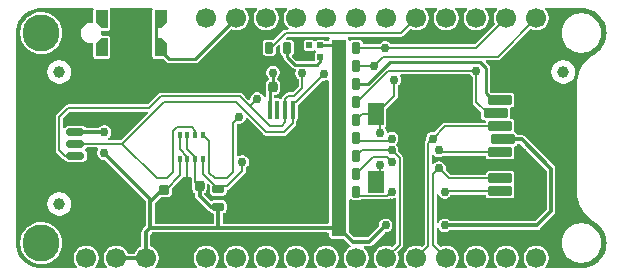
<source format=gbr>
%TF.GenerationSoftware,KiCad,Pcbnew,9.0.3*%
%TF.CreationDate,2025-08-05T15:22:30-04:00*%
%TF.ProjectId,weather-featherwing,77656174-6865-4722-9d66-656174686572,1.4.0*%
%TF.SameCoordinates,Original*%
%TF.FileFunction,Copper,L1,Top*%
%TF.FilePolarity,Positive*%
%FSLAX46Y46*%
G04 Gerber Fmt 4.6, Leading zero omitted, Abs format (unit mm)*
G04 Created by KiCad (PCBNEW 9.0.3) date 2025-08-05 15:22:30*
%MOMM*%
%LPD*%
G01*
G04 APERTURE LIST*
G04 Aperture macros list*
%AMRoundRect*
0 Rectangle with rounded corners*
0 $1 Rounding radius*
0 $2 $3 $4 $5 $6 $7 $8 $9 X,Y pos of 4 corners*
0 Add a 4 corners polygon primitive as box body*
4,1,4,$2,$3,$4,$5,$6,$7,$8,$9,$2,$3,0*
0 Add four circle primitives for the rounded corners*
1,1,$1+$1,$2,$3*
1,1,$1+$1,$4,$5*
1,1,$1+$1,$6,$7*
1,1,$1+$1,$8,$9*
0 Add four rect primitives between the rounded corners*
20,1,$1+$1,$2,$3,$4,$5,0*
20,1,$1+$1,$4,$5,$6,$7,0*
20,1,$1+$1,$6,$7,$8,$9,0*
20,1,$1+$1,$8,$9,$2,$3,0*%
%AMFreePoly0*
4,1,18,-0.500000,0.750000,-0.496194,0.769134,-0.485355,0.785355,-0.469134,0.796194,-0.450000,0.800000,0.450000,0.800000,0.469134,0.796194,0.485355,0.785355,0.496194,0.769134,0.500000,0.750000,0.500000,-0.750000,0.496194,-0.769134,0.485355,-0.785355,0.469134,-0.796194,0.450000,-0.800000,0.000000,-0.800000,-0.500000,-0.300000,-0.500000,0.750000,-0.500000,0.750000,$1*%
%AMFreePoly1*
4,1,18,-0.500000,0.300000,0.000000,0.800000,0.450000,0.800000,0.469134,0.796194,0.485355,0.785355,0.496194,0.769134,0.500000,0.750000,0.500000,-0.750000,0.496194,-0.769134,0.485355,-0.785355,0.469134,-0.796194,0.450000,-0.800000,-0.450000,-0.800000,-0.469134,-0.796194,-0.485355,-0.785355,-0.496194,-0.769134,-0.500000,-0.750000,-0.500000,0.300000,-0.500000,0.300000,$1*%
%AMFreePoly2*
4,1,18,-0.500000,0.750000,-0.496194,0.769134,-0.485355,0.785355,-0.469134,0.796194,-0.450000,0.800000,0.450000,0.800000,0.469134,0.796194,0.485355,0.785355,0.496194,0.769134,0.500000,0.750000,0.500000,-0.300000,0.000000,-0.800000,-0.450000,-0.800000,-0.469134,-0.796194,-0.485355,-0.785355,-0.496194,-0.769134,-0.500000,-0.750000,-0.500000,0.750000,-0.500000,0.750000,$1*%
%AMFreePoly3*
4,1,18,-0.500000,0.750000,-0.496194,0.769134,-0.485355,0.785355,-0.469134,0.796194,-0.450000,0.800000,0.000000,0.800000,0.500000,0.300000,0.500000,-0.750000,0.496194,-0.769134,0.485355,-0.785355,0.469134,-0.796194,0.450000,-0.800000,-0.450000,-0.800000,-0.469134,-0.796194,-0.485355,-0.785355,-0.496194,-0.769134,-0.500000,-0.750000,-0.500000,0.750000,-0.500000,0.750000,$1*%
G04 Aperture macros list end*
%TA.AperFunction,SMDPad,CuDef*%
%ADD10RoundRect,0.100000X0.100000X-0.675000X0.100000X0.675000X-0.100000X0.675000X-0.100000X-0.675000X0*%
%TD*%
%TA.AperFunction,SMDPad,CuDef*%
%ADD11RoundRect,0.035000X0.140000X-0.215000X0.140000X0.215000X-0.140000X0.215000X-0.140000X-0.215000X0*%
%TD*%
%TA.AperFunction,SMDPad,CuDef*%
%ADD12RoundRect,0.050000X0.225000X-0.225000X0.225000X0.225000X-0.225000X0.225000X-0.225000X-0.225000X0*%
%TD*%
%TA.AperFunction,SMDPad,CuDef*%
%ADD13RoundRect,0.187500X-0.187500X-0.312500X0.187500X-0.312500X0.187500X0.312500X-0.187500X0.312500X0*%
%TD*%
%TA.AperFunction,SMDPad,CuDef*%
%ADD14RoundRect,0.050000X0.950000X-0.350000X0.950000X0.350000X-0.950000X0.350000X-0.950000X-0.350000X0*%
%TD*%
%TA.AperFunction,SMDPad,CuDef*%
%ADD15RoundRect,0.050000X0.650000X-0.850000X0.650000X0.850000X-0.650000X0.850000X-0.650000X-0.850000X0*%
%TD*%
%TA.AperFunction,SMDPad,CuDef*%
%ADD16RoundRect,0.050000X0.900000X-0.650000X0.900000X0.650000X-0.900000X0.650000X-0.900000X-0.650000X0*%
%TD*%
%TA.AperFunction,SMDPad,CuDef*%
%ADD17RoundRect,0.200000X-0.200000X-0.250000X0.200000X-0.250000X0.200000X0.250000X-0.200000X0.250000X0*%
%TD*%
%TA.AperFunction,SMDPad,CuDef*%
%ADD18RoundRect,0.200000X0.200000X0.250000X-0.200000X0.250000X-0.200000X-0.250000X0.200000X-0.250000X0*%
%TD*%
%TA.AperFunction,SMDPad,CuDef*%
%ADD19FreePoly0,180.000000*%
%TD*%
%TA.AperFunction,SMDPad,CuDef*%
%ADD20FreePoly1,180.000000*%
%TD*%
%TA.AperFunction,SMDPad,CuDef*%
%ADD21RoundRect,0.050000X0.450000X0.750000X-0.450000X0.750000X-0.450000X-0.750000X0.450000X-0.750000X0*%
%TD*%
%TA.AperFunction,SMDPad,CuDef*%
%ADD22FreePoly2,180.000000*%
%TD*%
%TA.AperFunction,SMDPad,CuDef*%
%ADD23FreePoly3,180.000000*%
%TD*%
%TA.AperFunction,SMDPad,CuDef*%
%ADD24RoundRect,0.150000X-0.625000X0.150000X-0.625000X-0.150000X0.625000X-0.150000X0.625000X0.150000X0*%
%TD*%
%TA.AperFunction,SMDPad,CuDef*%
%ADD25RoundRect,0.250000X-0.650000X0.350000X-0.650000X-0.350000X0.650000X-0.350000X0.650000X0.350000X0*%
%TD*%
%TA.AperFunction,SMDPad,CuDef*%
%ADD26C,1.000000*%
%TD*%
%TA.AperFunction,ComponentPad*%
%ADD27C,3.140000*%
%TD*%
%TA.AperFunction,SMDPad,CuDef*%
%ADD28RoundRect,0.200000X-0.250000X0.200000X-0.250000X-0.200000X0.250000X-0.200000X0.250000X0.200000X0*%
%TD*%
%TA.AperFunction,SMDPad,CuDef*%
%ADD29RoundRect,0.187500X0.312500X-0.187500X0.312500X0.187500X-0.312500X0.187500X-0.312500X-0.187500X0*%
%TD*%
%TA.AperFunction,ComponentPad*%
%ADD30C,1.700000*%
%TD*%
%TA.AperFunction,ViaPad*%
%ADD31C,0.750000*%
%TD*%
%TA.AperFunction,Conductor*%
%ADD32C,0.200000*%
%TD*%
%TA.AperFunction,Conductor*%
%ADD33C,0.250000*%
%TD*%
%TA.AperFunction,Conductor*%
%ADD34C,0.350000*%
%TD*%
G04 APERTURE END LIST*
D10*
%TO.P,U2,1,E0*%
%TO.N,VSS*%
X136185000Y-111358000D03*
%TO.P,U2,2,E1*%
X136835000Y-111358000D03*
%TO.P,U2,3,E2*%
X137485000Y-111358000D03*
%TO.P,U2,4,VSS*%
X138135000Y-111358000D03*
%TO.P,U2,5,SDA*%
%TO.N,/SDA*%
X138135000Y-105558000D03*
%TO.P,U2,6,SCL*%
%TO.N,/SCL*%
X137485000Y-105558000D03*
%TO.P,U2,7,~{WC}*%
%TO.N,unconnected-(U2-~{WC}-Pad7)*%
X136835000Y-105558000D03*
%TO.P,U2,8,VCC*%
%TO.N,+3V3*%
X136185000Y-105558000D03*
%TD*%
D11*
%TO.P,U1,1,GND*%
%TO.N,VSS*%
X128565000Y-107687000D03*
%TO.P,U1,2,CSB*%
%TO.N,+3V3*%
X129215000Y-107687000D03*
%TO.P,U1,3,SDI*%
%TO.N,/SDA*%
X129865000Y-107687000D03*
%TO.P,U1,4,SCK*%
%TO.N,/SCL*%
X130515000Y-107687000D03*
%TO.P,U1,5,SDO*%
%TO.N,/ADDR*%
X130515000Y-109737000D03*
%TO.P,U1,6,VDDIO*%
%TO.N,+3V3*%
X129865000Y-109737000D03*
%TO.P,U1,7,GND*%
%TO.N,VSS*%
X129215000Y-109737000D03*
%TO.P,U1,8,VDD*%
%TO.N,+3V3*%
X128565000Y-109737000D03*
%TD*%
D12*
%TO.P,D1,1,DIN*%
%TO.N,Net-(D1-DIN)*%
X140475000Y-101055000D03*
%TO.P,D1,2,VDD*%
%TO.N,+3V3*%
X140475000Y-100105000D03*
%TO.P,D1,3,DOUT*%
%TO.N,unconnected-(D1-DOUT-Pad3)*%
X139525000Y-100105000D03*
%TO.P,D1,4,GND*%
%TO.N,VSS*%
X139525000Y-101055000D03*
%TD*%
D13*
%TO.P,R3,1*%
%TO.N,+3V3*%
X142000000Y-111000000D03*
%TO.P,R3,2*%
%TO.N,/MISO*%
X143500000Y-111000000D03*
%TD*%
D14*
%TO.P,J3,1,DAT2*%
%TO.N,/DAT2*%
X155700000Y-104765000D03*
%TO.P,J3,2,DAT3/CD*%
%TO.N,/CS_SD*%
X155300000Y-105865000D03*
%TO.P,J3,3,CMD*%
%TO.N,/MOSI*%
X155700000Y-106965000D03*
%TO.P,J3,4,VDD*%
%TO.N,+3V3*%
X155900000Y-108065000D03*
%TO.P,J3,5,CLK*%
%TO.N,/SCK*%
X155700000Y-109165000D03*
%TO.P,J3,6,VSS*%
%TO.N,VSS*%
X155900000Y-110265000D03*
%TO.P,J3,7,DAT0*%
%TO.N,/MISO*%
X155700000Y-111365000D03*
%TO.P,J3,8,DAT1*%
%TO.N,/DAT1*%
X155700000Y-112465000D03*
D15*
%TO.P,J3,9,DET*%
%TO.N,/CD*%
X145150000Y-111655000D03*
X145150000Y-105955000D03*
D16*
%TO.P,J3,10,SHIELD*%
%TO.N,VSS*%
X158300000Y-113255000D03*
X159300000Y-100105000D03*
%TD*%
D17*
%TO.P,C5,1*%
%TO.N,+3V3*%
X136460000Y-103632000D03*
%TO.P,C5,2*%
%TO.N,VSS*%
X137860000Y-103632000D03*
%TD*%
D18*
%TO.P,C3,1*%
%TO.N,+3V3*%
X130240000Y-112014000D03*
%TO.P,C3,2*%
%TO.N,VSS*%
X128840000Y-112014000D03*
%TD*%
D13*
%TO.P,R6,1*%
%TO.N,+3V3*%
X142000000Y-104900000D03*
%TO.P,R6,2*%
%TO.N,/CS_SD*%
X143500000Y-104900000D03*
%TD*%
D17*
%TO.P,C1,1*%
%TO.N,+3V3*%
X142050000Y-115575000D03*
%TO.P,C1,2*%
%TO.N,VSS*%
X143450000Y-115575000D03*
%TD*%
D13*
%TO.P,R5,1*%
%TO.N,+3V3*%
X142000000Y-107950000D03*
%TO.P,R5,2*%
%TO.N,/MOSI*%
X143500000Y-107950000D03*
%TD*%
D19*
%TO.P,SW1,1,A*%
%TO.N,/EN*%
X126950000Y-100275000D03*
D20*
X126950000Y-97875000D03*
D21*
%TO.P,SW1,2,B*%
%TO.N,VSS*%
X124450000Y-100275000D03*
X124450000Y-97875000D03*
D22*
%TO.P,SW1,3,C*%
%TO.N,unconnected-(SW1-C-Pad3)*%
X121950000Y-100275000D03*
D23*
%TO.N,unconnected-(SW1-C-Pad3)_1*%
X121950000Y-97875000D03*
%TD*%
D24*
%TO.P,J4,1,GND*%
%TO.N,VSS*%
X119730400Y-106450000D03*
%TO.P,J4,2,+3V3*%
%TO.N,+3V3*%
X119730400Y-107450000D03*
%TO.P,J4,3,SDA*%
%TO.N,/SDA*%
X119730400Y-108450000D03*
%TO.P,J4,4,SCL*%
%TO.N,/SCL*%
X119730400Y-109450000D03*
D25*
%TO.P,J4,MP,Shield*%
%TO.N,VSS*%
X115855400Y-105150000D03*
X115855400Y-110750000D03*
%TD*%
D13*
%TO.P,R1,1*%
%TO.N,+3V3*%
X142000000Y-106425000D03*
%TO.P,R1,2*%
%TO.N,/CD*%
X143500000Y-106425000D03*
%TD*%
D26*
%TO.P,FID1,*%
%TO.N,*%
X161036000Y-102362000D03*
%TD*%
D27*
%TO.P,H1,*%
%TO.N,*%
X116840000Y-99060000D03*
%TD*%
D13*
%TO.P,R11,1*%
%TO.N,/NP_DIN*%
X136156000Y-100325000D03*
%TO.P,R11,2*%
%TO.N,Net-(D1-DIN)*%
X137656000Y-100325000D03*
%TD*%
D17*
%TO.P,C2,1*%
%TO.N,+3V3*%
X142050000Y-114050000D03*
%TO.P,C2,2*%
%TO.N,VSS*%
X143450000Y-114050000D03*
%TD*%
D13*
%TO.P,R7,1*%
%TO.N,+3V3*%
X142000000Y-103375000D03*
%TO.P,R7,2*%
%TO.N,/DAT2*%
X143500000Y-103375000D03*
%TD*%
D26*
%TO.P,FID3,*%
%TO.N,*%
X118364000Y-102362000D03*
%TD*%
%TO.P,FID2,*%
%TO.N,*%
X118364000Y-113538000D03*
%TD*%
D13*
%TO.P,R2,1*%
%TO.N,+3V3*%
X142000000Y-112525000D03*
%TO.P,R2,2*%
%TO.N,/DAT1*%
X143500000Y-112525000D03*
%TD*%
%TO.P,R4,1*%
%TO.N,+3V3*%
X142000000Y-109475000D03*
%TO.P,R4,2*%
%TO.N,/SCK*%
X143500000Y-109475000D03*
%TD*%
D28*
%TO.P,C4,1*%
%TO.N,+3V3*%
X127254000Y-112330000D03*
%TO.P,C4,2*%
%TO.N,VSS*%
X127254000Y-113730000D03*
%TD*%
D13*
%TO.P,R8,1*%
%TO.N,+3V3*%
X142000000Y-101850000D03*
%TO.P,R8,2*%
%TO.N,/SDA*%
X143500000Y-101850000D03*
%TD*%
D27*
%TO.P,H2,*%
%TO.N,*%
X116840000Y-116840000D03*
%TD*%
D29*
%TO.P,R10,1*%
%TO.N,+3V3*%
X131826000Y-113780000D03*
%TO.P,R10,2*%
%TO.N,/ADDR*%
X131826000Y-112280000D03*
%TD*%
D13*
%TO.P,R9,1*%
%TO.N,+3V3*%
X142000000Y-100325000D03*
%TO.P,R9,2*%
%TO.N,/SCL*%
X143500000Y-100325000D03*
%TD*%
D30*
%TO.P,J2,17,Pin_17*%
%TO.N,/SDA*%
X158750000Y-97790000D03*
%TO.P,J2,18,Pin_18*%
%TO.N,/SCL*%
X156210000Y-97790000D03*
%TO.P,J2,19,Pin_19*%
%TO.N,/CS_SD*%
X153670000Y-97790000D03*
%TO.P,J2,20,Pin_20*%
%TO.N,/CD*%
X151130000Y-97790000D03*
%TO.P,J2,21,Pin_21*%
%TO.N,/NP_DIN*%
X148590000Y-97790000D03*
%TO.P,J2,22,Pin_22*%
%TO.N,/D10*%
X146050000Y-97790000D03*
%TO.P,J2,23,3*%
%TO.N,/D11*%
X143510000Y-97790000D03*
%TO.P,J2,24,Pin_24*%
%TO.N,/D12*%
X140970000Y-97790000D03*
%TO.P,J2,25,Pin_25*%
%TO.N,/D13*%
X138430000Y-97790000D03*
%TO.P,J2,26,Pin_26*%
%TO.N,/USB*%
X135890000Y-97790000D03*
%TO.P,J2,27,Pin_27*%
%TO.N,/EN*%
X133350000Y-97790000D03*
%TO.P,J2,28,Pin_28*%
%TO.N,/BAT*%
X130810000Y-97790000D03*
%TD*%
%TO.P,J1,1,Pin_1*%
%TO.N,/RST*%
X120650000Y-118110000D03*
%TO.P,J1,2,Pin_2*%
%TO.N,+3V3*%
X123190000Y-118110000D03*
%TO.P,J1,3,Pin_3*%
X125730000Y-118110000D03*
%TO.P,J1,4,Pin_4*%
%TO.N,VSS*%
X128270000Y-118110000D03*
%TO.P,J1,5,Pin_5*%
%TO.N,/A0*%
X130810000Y-118110000D03*
%TO.P,J1,6,Pin_6*%
%TO.N,/A1*%
X133350000Y-118110000D03*
%TO.P,J1,7,Pin_7*%
%TO.N,/A2*%
X135890000Y-118110000D03*
%TO.P,J1,8,Pin_8*%
%TO.N,/A3*%
X138430000Y-118110000D03*
%TO.P,J1,9,Pin_9*%
%TO.N,/A4*%
X140970000Y-118110000D03*
%TO.P,J1,10,Pin_10*%
%TO.N,/A5*%
X143510000Y-118110000D03*
%TO.P,J1,11,Pin_11*%
%TO.N,/SCK*%
X146050000Y-118110000D03*
%TO.P,J1,12,Pin_12*%
%TO.N,/MOSI*%
X148590000Y-118110000D03*
%TO.P,J1,13,Pin_13*%
%TO.N,/MISO*%
X151130000Y-118110000D03*
%TO.P,J1,14,Pin_14*%
%TO.N,/RX*%
X153670000Y-118110000D03*
%TO.P,J1,15,Pin_15*%
%TO.N,/TX*%
X156210000Y-118110000D03*
%TO.P,J1,16,Pin_16*%
%TO.N,/DBG*%
X158750000Y-118110000D03*
%TD*%
D31*
%TO.N,+3V3*%
X146000000Y-115350000D03*
X151000000Y-115350000D03*
X136460000Y-102412800D03*
X122174000Y-107467400D03*
X122174000Y-109220000D03*
%TO.N,/SCK*%
X150500000Y-109000000D03*
X146500000Y-109000000D03*
%TO.N,/MOSI*%
X150000000Y-108000000D03*
X146500000Y-108000000D03*
%TO.N,/MISO*%
X150500000Y-110500000D03*
X146500000Y-110000000D03*
%TO.N,/CS_SD*%
X153670000Y-102250000D03*
%TO.N,VSS*%
X149860000Y-106045000D03*
X137160000Y-112776000D03*
X152400000Y-114300000D03*
X116840000Y-106680000D03*
X139700000Y-109220000D03*
X157480000Y-104140000D03*
X119380000Y-116840000D03*
X139700000Y-104902000D03*
X123190000Y-102870000D03*
X119380000Y-104140000D03*
X119380000Y-111760000D03*
X124460000Y-114300000D03*
X160020000Y-104140000D03*
X121920000Y-114300000D03*
X133350000Y-100330000D03*
X134620000Y-114300000D03*
X124460000Y-104140000D03*
X116840000Y-109220000D03*
X139700000Y-114300000D03*
X121920000Y-104140000D03*
X152400000Y-110490000D03*
X138684000Y-100965000D03*
X157607000Y-111760000D03*
X139700000Y-111760000D03*
X154940000Y-114300000D03*
X128270000Y-102870000D03*
X159258000Y-101473000D03*
X124460000Y-106680000D03*
X160020000Y-106680000D03*
X137160000Y-114300000D03*
X157480000Y-106680000D03*
X137160000Y-109220000D03*
X157607000Y-109220000D03*
X124460000Y-101600000D03*
X137860000Y-102412800D03*
X124460000Y-116840000D03*
X121920000Y-111760000D03*
X121920000Y-116840000D03*
X152400000Y-116840000D03*
X152400000Y-99060000D03*
X134620000Y-111760000D03*
X116840000Y-111760000D03*
X125730000Y-102870000D03*
X127000000Y-116840000D03*
X157607000Y-100203000D03*
X152400000Y-104140000D03*
X116840000Y-101600000D03*
X160020000Y-109220000D03*
X130810000Y-102870000D03*
X129540000Y-114300000D03*
X157480000Y-116840000D03*
X146685000Y-106045000D03*
X133350000Y-102870000D03*
X157480000Y-101600000D03*
X120650000Y-102870000D03*
X116840000Y-104140000D03*
X128828800Y-113741200D03*
X129540000Y-116840000D03*
X149860000Y-104140000D03*
X139700000Y-106680000D03*
X154940000Y-116840000D03*
%TO.N,/CD*%
X145500000Y-110250000D03*
X145500000Y-107500000D03*
X146735800Y-103000000D03*
%TO.N,/SDA*%
X145000000Y-101850000D03*
X140741400Y-102539800D03*
%TO.N,/SCL*%
X133604000Y-106172000D03*
X145973800Y-100330000D03*
X138938000Y-102489000D03*
X135128000Y-104648000D03*
%TO.N,/DAT1*%
X151000000Y-112500000D03*
X146500000Y-112500000D03*
%TO.N,/ADDR*%
X133858000Y-109982000D03*
%TD*%
D32*
%TO.N,/NP_DIN*%
X137524500Y-99075000D02*
X147305000Y-99075000D01*
X147305000Y-99075000D02*
X148590000Y-97790000D01*
X136274500Y-100325000D02*
X137524500Y-99075000D01*
X136156000Y-100325000D02*
X136274500Y-100325000D01*
%TO.N,+3V3*%
X128565000Y-109737000D02*
X128565000Y-111124936D01*
D33*
X136185000Y-105558000D02*
X136185000Y-103907000D01*
X140475000Y-100105000D02*
X141780000Y-100105000D01*
D34*
X144600000Y-116750000D02*
X143225000Y-116750000D01*
D32*
X141750000Y-108200000D02*
X142000000Y-107950000D01*
D34*
X126061400Y-113359000D02*
X127090400Y-112330000D01*
D33*
X141780000Y-100105000D02*
X142000000Y-100325000D01*
D34*
X126060200Y-113106200D02*
X126059000Y-113105000D01*
X143225000Y-116750000D02*
X142050000Y-115575000D01*
D33*
X136460000Y-103632000D02*
X136460000Y-102412800D01*
D34*
X126059000Y-113105000D02*
X126059000Y-113359000D01*
X155900000Y-108065000D02*
X157514075Y-108065000D01*
X131179000Y-113780000D02*
X130240000Y-112841000D01*
X126065200Y-115575000D02*
X126059000Y-115568800D01*
D32*
X142120000Y-100325000D02*
X142000000Y-100325000D01*
D34*
X122156600Y-107450000D02*
X119730400Y-107450000D01*
X131826000Y-113780000D02*
X131826000Y-115575000D01*
X127090400Y-112330000D02*
X127254000Y-112330000D01*
X158800000Y-115350000D02*
X151000000Y-115350000D01*
D32*
X129215000Y-108895000D02*
X129865000Y-109545000D01*
D34*
X126055200Y-115575000D02*
X126065200Y-115575000D01*
D32*
X129865000Y-109737000D02*
X129865000Y-111639000D01*
D34*
X125730000Y-118110000D02*
X125700000Y-118080000D01*
X157514075Y-108065000D02*
X160000000Y-110550925D01*
X126059000Y-113107400D02*
X126060200Y-113106200D01*
X126065200Y-115575000D02*
X131826000Y-115575000D01*
D32*
X127359936Y-112330000D02*
X127254000Y-112330000D01*
D34*
X122174000Y-107467400D02*
X122156600Y-107450000D01*
X160000000Y-114150000D02*
X158800000Y-115350000D01*
X160000000Y-110550925D02*
X160000000Y-114150000D01*
D32*
X129865000Y-109545000D02*
X129865000Y-109737000D01*
X129215000Y-107687000D02*
X129215000Y-108895000D01*
D34*
X131826000Y-113780000D02*
X131179000Y-113780000D01*
X122174000Y-109220000D02*
X126060200Y-113106200D01*
X126059000Y-113359000D02*
X126061400Y-113359000D01*
X125730000Y-118110000D02*
X123190000Y-118110000D01*
D33*
X136185000Y-103907000D02*
X136460000Y-103632000D01*
D32*
X142122500Y-100327500D02*
X142120000Y-100325000D01*
D34*
X125700000Y-115930200D02*
X126055200Y-115575000D01*
D32*
X129865000Y-111639000D02*
X130240000Y-112014000D01*
D34*
X146000000Y-115350000D02*
X144600000Y-116750000D01*
D32*
X141725000Y-109750000D02*
X142000000Y-109475000D01*
D34*
X126059000Y-115568800D02*
X126059000Y-113107400D01*
D32*
X128565000Y-111124936D02*
X127359936Y-112330000D01*
D34*
X125700000Y-118080000D02*
X125700000Y-115930200D01*
X131826000Y-115575000D02*
X142050000Y-115575000D01*
X130240000Y-112841000D02*
X130240000Y-112014000D01*
D33*
%TO.N,Net-(D1-DIN)*%
X138326000Y-101750000D02*
X137656000Y-101080000D01*
X140475000Y-101055000D02*
X140475000Y-101425000D01*
X140475000Y-101425000D02*
X140150000Y-101750000D01*
X140150000Y-101750000D02*
X138326000Y-101750000D01*
X137656000Y-101080000D02*
X137656000Y-100325000D01*
D32*
%TO.N,/SCK*%
X147176000Y-109676000D02*
X146500000Y-109000000D01*
X146050000Y-118110000D02*
X147176000Y-116984000D01*
X150500000Y-109000000D02*
X150665000Y-109165000D01*
X147176000Y-116984000D02*
X147176000Y-109676000D01*
X143975000Y-109000000D02*
X143500000Y-109475000D01*
X146500000Y-109000000D02*
X143975000Y-109000000D01*
X150665000Y-109165000D02*
X155700000Y-109165000D01*
%TO.N,/MOSI*%
X155700000Y-106965000D02*
X151035000Y-106965000D01*
X146324000Y-108176000D02*
X146500000Y-108000000D01*
X143500000Y-107950000D02*
X143726000Y-108176000D01*
X149606000Y-108394000D02*
X149606000Y-117094000D01*
X150000000Y-108000000D02*
X149606000Y-108394000D01*
X143726000Y-108176000D02*
X146324000Y-108176000D01*
X149606000Y-117094000D02*
X148590000Y-118110000D01*
X151035000Y-106965000D02*
X150000000Y-108000000D01*
%TO.N,/MISO*%
X146074000Y-109574000D02*
X144926000Y-109574000D01*
X144926000Y-109574000D02*
X143500000Y-111000000D01*
X150500000Y-110500000D02*
X150007000Y-110993000D01*
X150007000Y-116987000D02*
X151130000Y-118110000D01*
X150007000Y-110993000D02*
X150007000Y-116987000D01*
X151365000Y-111365000D02*
X155700000Y-111365000D01*
X146500000Y-110000000D02*
X146074000Y-109574000D01*
X150500000Y-110500000D02*
X151365000Y-111365000D01*
D33*
%TO.N,/DAT2*%
X154500000Y-102000000D02*
X154000000Y-101500000D01*
X154500000Y-104150000D02*
X154500000Y-102000000D01*
X146370682Y-101500000D02*
X144495682Y-103375000D01*
X155115000Y-104765000D02*
X154500000Y-104150000D01*
X154000000Y-101500000D02*
X146370682Y-101500000D01*
X155700000Y-104765000D02*
X155115000Y-104765000D01*
X144495682Y-103375000D02*
X143500000Y-103375000D01*
D32*
%TO.N,/CS_SD*%
X153670000Y-102250000D02*
X146223136Y-102250000D01*
X143573136Y-104900000D02*
X143500000Y-104900000D01*
X154633000Y-105865000D02*
X155300000Y-105865000D01*
X153670000Y-104902000D02*
X154633000Y-105865000D01*
X146223136Y-102250000D02*
X143573136Y-104900000D01*
X153670000Y-102250000D02*
X153670000Y-104902000D01*
%TO.N,VSS*%
X128565000Y-108892700D02*
X129215000Y-109542700D01*
X128565000Y-107687000D02*
X128565000Y-108892700D01*
X129215000Y-111639000D02*
X128840000Y-112014000D01*
X129215000Y-109542700D02*
X129215000Y-109737000D01*
X129215000Y-109737000D02*
X129215000Y-111639000D01*
%TO.N,/CD*%
X146735800Y-103000000D02*
X146735800Y-104369200D01*
X145500000Y-111305000D02*
X145150000Y-111655000D01*
X144975000Y-105575000D02*
X145150000Y-105750000D01*
X145161000Y-105966000D02*
X145150000Y-105955000D01*
X145150000Y-105750000D02*
X145150000Y-105955000D01*
X145150000Y-105955000D02*
X143970000Y-105955000D01*
X145500000Y-110250000D02*
X145500000Y-111305000D01*
X145500000Y-106305000D02*
X145500000Y-107500000D01*
X143970000Y-105955000D02*
X143500000Y-106425000D01*
X145150000Y-105955000D02*
X145500000Y-106305000D01*
X146735800Y-104369200D02*
X145150000Y-105955000D01*
%TO.N,/SDA*%
X129865000Y-107687000D02*
X129865000Y-107335200D01*
X138379200Y-104902000D02*
X138226800Y-104902000D01*
X126635000Y-111379000D02*
X123706000Y-108450000D01*
X127508000Y-111379000D02*
X126635000Y-111379000D01*
X133350000Y-104902000D02*
X127254000Y-104902000D01*
X137414000Y-107442000D02*
X135890000Y-107442000D01*
X158750000Y-97790000D02*
X155473400Y-101066600D01*
X138135000Y-106721000D02*
X137414000Y-107442000D01*
X138135000Y-104993800D02*
X138135000Y-105558000D01*
X128016000Y-107365800D02*
X128016000Y-110871000D01*
X135890000Y-107442000D02*
X133350000Y-104902000D01*
X138226800Y-104902000D02*
X138135000Y-104993800D01*
X129865000Y-107335200D02*
X129590800Y-107061000D01*
X129590800Y-107061000D02*
X128320800Y-107061000D01*
X128016000Y-110871000D02*
X127508000Y-111379000D01*
X145000000Y-101850000D02*
X143500000Y-101850000D01*
X128320800Y-107061000D02*
X128016000Y-107365800D01*
X140741400Y-102539800D02*
X138379200Y-104902000D01*
X138135000Y-105558000D02*
X138135000Y-106721000D01*
X127254000Y-104902000D02*
X123706000Y-108450000D01*
X123706000Y-108450000D02*
X119730400Y-108450000D01*
X145783400Y-101066600D02*
X145000000Y-101850000D01*
X155473400Y-101066600D02*
X145783400Y-101066600D01*
%TO.N,/SCL*%
X137769600Y-104394000D02*
X137485000Y-104678600D01*
X138938000Y-103733600D02*
X138277600Y-104394000D01*
X135128000Y-104648000D02*
X134505700Y-105270300D01*
X138277600Y-104394000D02*
X137769600Y-104394000D01*
X125984000Y-105410000D02*
X119126000Y-105410000D01*
X118848000Y-109450000D02*
X119730400Y-109450000D01*
X118364000Y-106172000D02*
X118364000Y-108966000D01*
X136169400Y-106934000D02*
X134505700Y-105270300D01*
X126974600Y-104419400D02*
X125984000Y-105410000D01*
X137485000Y-105558000D02*
X137485000Y-106634400D01*
X132588000Y-111379000D02*
X131546600Y-111379000D01*
X131064000Y-110896400D02*
X131064000Y-108236000D01*
X118364000Y-108966000D02*
X118848000Y-109450000D01*
X137485000Y-106634400D02*
X137185400Y-106934000D01*
X134505700Y-105270300D02*
X133654800Y-104419400D01*
X133096000Y-106680000D02*
X133096000Y-110871000D01*
X145973800Y-100330000D02*
X153670000Y-100330000D01*
X145973800Y-100330000D02*
X143505000Y-100330000D01*
X133604000Y-106172000D02*
X133096000Y-106680000D01*
X153670000Y-100330000D02*
X156210000Y-97790000D01*
X131064000Y-108236000D02*
X130515000Y-107687000D01*
X133654800Y-104419400D02*
X126974600Y-104419400D01*
X143505000Y-100330000D02*
X143500000Y-100325000D01*
X119126000Y-105410000D02*
X118364000Y-106172000D01*
X137485000Y-104678600D02*
X137485000Y-105558000D01*
X137185400Y-106934000D02*
X136169400Y-106934000D01*
X138938000Y-102489000D02*
X138938000Y-103733600D01*
X133096000Y-110871000D02*
X132588000Y-111379000D01*
X131546600Y-111379000D02*
X131064000Y-110896400D01*
D33*
%TO.N,/EN*%
X126950000Y-100575000D02*
X126950000Y-100275000D01*
X126950000Y-97875000D02*
X126575000Y-98250000D01*
X129838000Y-101302000D02*
X127677000Y-101302000D01*
X127677000Y-101302000D02*
X126950000Y-100575000D01*
X126575000Y-99900000D02*
X126950000Y-100275000D01*
X133350000Y-97790000D02*
X129838000Y-101302000D01*
X126575000Y-98250000D02*
X126575000Y-99900000D01*
D32*
%TO.N,/DAT1*%
X143831000Y-112856000D02*
X143500000Y-112525000D01*
X146500000Y-112500000D02*
X146144000Y-112856000D01*
X146144000Y-112856000D02*
X143831000Y-112856000D01*
X151035000Y-112465000D02*
X155700000Y-112465000D01*
X151000000Y-112500000D02*
X151035000Y-112465000D01*
%TO.N,/ADDR*%
X132588000Y-112014000D02*
X133858000Y-110744000D01*
X130515000Y-110969000D02*
X131826000Y-112280000D01*
X132207000Y-112014000D02*
X132588000Y-112014000D01*
X131941000Y-112280000D02*
X132207000Y-112014000D01*
X133858000Y-110744000D02*
X133858000Y-109982000D01*
X130515000Y-109737000D02*
X130515000Y-110969000D01*
X131826000Y-112280000D02*
X131941000Y-112280000D01*
%TD*%
%TA.AperFunction,Conductor*%
%TO.N,+3V3*%
G36*
X142593039Y-99644685D02*
G01*
X142638794Y-99697489D01*
X142650000Y-99749000D01*
X142650000Y-116101000D01*
X142630315Y-116168039D01*
X142577511Y-116213794D01*
X142526000Y-116225000D01*
X141549000Y-116225000D01*
X141481961Y-116205315D01*
X141436206Y-116152511D01*
X141425000Y-116101000D01*
X141425000Y-99749000D01*
X141444685Y-99681961D01*
X141497489Y-99636206D01*
X141549000Y-99625000D01*
X142526000Y-99625000D01*
X142593039Y-99644685D01*
G37*
%TD.AperFunction*%
%TD*%
%TA.AperFunction,Conductor*%
%TO.N,VSS*%
G36*
X121222829Y-96939407D02*
G01*
X121258793Y-96988907D01*
X121261735Y-97038813D01*
X121253290Y-97081273D01*
X121249500Y-97100325D01*
X121249500Y-98126888D01*
X121230593Y-98185079D01*
X121181093Y-98221043D01*
X121138750Y-98223545D01*
X121138610Y-98224977D01*
X121133768Y-98224500D01*
X121133767Y-98224500D01*
X120966233Y-98224500D01*
X120966230Y-98224500D01*
X120801920Y-98257183D01*
X120801914Y-98257185D01*
X120647137Y-98321296D01*
X120507838Y-98414374D01*
X120507834Y-98414377D01*
X120389377Y-98532834D01*
X120389374Y-98532838D01*
X120296296Y-98672137D01*
X120232185Y-98826914D01*
X120232183Y-98826920D01*
X120199500Y-98991230D01*
X120199500Y-99158769D01*
X120232183Y-99323079D01*
X120232185Y-99323085D01*
X120296296Y-99477862D01*
X120317778Y-99510012D01*
X120389374Y-99617162D01*
X120507838Y-99735626D01*
X120647137Y-99828703D01*
X120801918Y-99892816D01*
X120966233Y-99925500D01*
X120966234Y-99925500D01*
X121133766Y-99925500D01*
X121133767Y-99925500D01*
X121133767Y-99925499D01*
X121138611Y-99925023D01*
X121138797Y-99926919D01*
X121191924Y-99933194D01*
X121236865Y-99974715D01*
X121249500Y-100023111D01*
X121249500Y-101049672D01*
X121249501Y-101049684D01*
X121264033Y-101122736D01*
X121264035Y-101122742D01*
X121319397Y-101205599D01*
X121319400Y-101205602D01*
X121385673Y-101249883D01*
X121402260Y-101260966D01*
X121457808Y-101272015D01*
X121475315Y-101275498D01*
X121475320Y-101275498D01*
X121475326Y-101275500D01*
X121475327Y-101275500D01*
X122424673Y-101275500D01*
X122424674Y-101275500D01*
X122497740Y-101260966D01*
X122580601Y-101205601D01*
X122635966Y-101122740D01*
X122650500Y-101049674D01*
X122650500Y-99500326D01*
X122649173Y-99493657D01*
X122646032Y-99477863D01*
X122635966Y-99427260D01*
X122614015Y-99394407D01*
X122580602Y-99344400D01*
X122580599Y-99344397D01*
X122497742Y-99289035D01*
X122497740Y-99289034D01*
X122497737Y-99289033D01*
X122497736Y-99289033D01*
X122424684Y-99274501D01*
X122424674Y-99274500D01*
X122424673Y-99274500D01*
X121998112Y-99274500D01*
X121939921Y-99255593D01*
X121903957Y-99206093D01*
X121901456Y-99163752D01*
X121900023Y-99163611D01*
X121900500Y-99158765D01*
X121900500Y-98991234D01*
X121900023Y-98986389D01*
X121901910Y-98986203D01*
X121908213Y-98933036D01*
X121949754Y-98888114D01*
X121998112Y-98875500D01*
X122424673Y-98875500D01*
X122424674Y-98875500D01*
X122497740Y-98860966D01*
X122580601Y-98805601D01*
X122635966Y-98722740D01*
X122650500Y-98649674D01*
X122650500Y-97100326D01*
X122638264Y-97038813D01*
X122645455Y-96978054D01*
X122686988Y-96933123D01*
X122735362Y-96920500D01*
X126164638Y-96920500D01*
X126222829Y-96939407D01*
X126258793Y-96988907D01*
X126261735Y-97038813D01*
X126253290Y-97081273D01*
X126249500Y-97100325D01*
X126249500Y-101049672D01*
X126249501Y-101049684D01*
X126264033Y-101122736D01*
X126264035Y-101122742D01*
X126319397Y-101205599D01*
X126319400Y-101205602D01*
X126385673Y-101249883D01*
X126402260Y-101260966D01*
X126457808Y-101272015D01*
X126475315Y-101275498D01*
X126475320Y-101275498D01*
X126475326Y-101275500D01*
X127149165Y-101275500D01*
X127207356Y-101294407D01*
X127219168Y-101304496D01*
X127477137Y-101562464D01*
X127477142Y-101562468D01*
X127551357Y-101605316D01*
X127551355Y-101605316D01*
X127551359Y-101605317D01*
X127551361Y-101605318D01*
X127634147Y-101627500D01*
X127634149Y-101627500D01*
X129880851Y-101627500D01*
X129880853Y-101627500D01*
X129963639Y-101605318D01*
X129963641Y-101605316D01*
X129963643Y-101605316D01*
X130037857Y-101562468D01*
X130037857Y-101562467D01*
X130037862Y-101562465D01*
X132824709Y-98775616D01*
X132879224Y-98747841D01*
X132932593Y-98754157D01*
X133043580Y-98800130D01*
X133246535Y-98840500D01*
X133246536Y-98840500D01*
X133453464Y-98840500D01*
X133453465Y-98840500D01*
X133656420Y-98800130D01*
X133847598Y-98720941D01*
X134019655Y-98605977D01*
X134165977Y-98459655D01*
X134280941Y-98287598D01*
X134360130Y-98096420D01*
X134400500Y-97893465D01*
X134400500Y-97686535D01*
X134360130Y-97483580D01*
X134280941Y-97292402D01*
X134165977Y-97120345D01*
X134135133Y-97089501D01*
X134107358Y-97034987D01*
X134116929Y-96974555D01*
X134160194Y-96931290D01*
X134205139Y-96920500D01*
X135034861Y-96920500D01*
X135093052Y-96939407D01*
X135129016Y-96988907D01*
X135129016Y-97050093D01*
X135104866Y-97089501D01*
X135074023Y-97120345D01*
X135074020Y-97120348D01*
X134959058Y-97292402D01*
X134879869Y-97483581D01*
X134839500Y-97686532D01*
X134839500Y-97893467D01*
X134879869Y-98096418D01*
X134959058Y-98287597D01*
X135043767Y-98414374D01*
X135074023Y-98459655D01*
X135220345Y-98605977D01*
X135392402Y-98720941D01*
X135583580Y-98800130D01*
X135786535Y-98840500D01*
X135786536Y-98840500D01*
X135993464Y-98840500D01*
X135993465Y-98840500D01*
X136196420Y-98800130D01*
X136387598Y-98720941D01*
X136559655Y-98605977D01*
X136705977Y-98459655D01*
X136820941Y-98287598D01*
X136900130Y-98096420D01*
X136940500Y-97893465D01*
X136940500Y-97686535D01*
X136900130Y-97483580D01*
X136820941Y-97292402D01*
X136705977Y-97120345D01*
X136675133Y-97089501D01*
X136647358Y-97034987D01*
X136656929Y-96974555D01*
X136700194Y-96931290D01*
X136745139Y-96920500D01*
X137574861Y-96920500D01*
X137633052Y-96939407D01*
X137669016Y-96988907D01*
X137669016Y-97050093D01*
X137644866Y-97089501D01*
X137614023Y-97120345D01*
X137614020Y-97120348D01*
X137499058Y-97292402D01*
X137419869Y-97483581D01*
X137379500Y-97686532D01*
X137379500Y-97893467D01*
X137419869Y-98096418D01*
X137499058Y-98287597D01*
X137583767Y-98414374D01*
X137614023Y-98459655D01*
X137759866Y-98605498D01*
X137787642Y-98660013D01*
X137778071Y-98720445D01*
X137734806Y-98763710D01*
X137689861Y-98774500D01*
X137484935Y-98774500D01*
X137408512Y-98794978D01*
X137375415Y-98814087D01*
X137375414Y-98814086D01*
X137339988Y-98834540D01*
X136561184Y-99613342D01*
X136506668Y-99641119D01*
X136472849Y-99638456D01*
X136472588Y-99640110D01*
X136464893Y-99638891D01*
X136405608Y-99629501D01*
X136374034Y-99624500D01*
X135937965Y-99624500D01*
X135847107Y-99638891D01*
X135847100Y-99638893D01*
X135737599Y-99694687D01*
X135650687Y-99781599D01*
X135594892Y-99891103D01*
X135594891Y-99891105D01*
X135580500Y-99981965D01*
X135580500Y-100668034D01*
X135594891Y-100758892D01*
X135594893Y-100758899D01*
X135637490Y-100842499D01*
X135650689Y-100868403D01*
X135737597Y-100955311D01*
X135847107Y-101011109D01*
X135937967Y-101025500D01*
X136374032Y-101025499D01*
X136374034Y-101025499D01*
X136393543Y-101022408D01*
X136464893Y-101011109D01*
X136574403Y-100955311D01*
X136661311Y-100868403D01*
X136717109Y-100758893D01*
X136731500Y-100668033D01*
X136731499Y-100333977D01*
X136750406Y-100275787D01*
X136760489Y-100263980D01*
X136911498Y-100112971D01*
X136966013Y-100085196D01*
X137026445Y-100094767D01*
X137069710Y-100138032D01*
X137080500Y-100182977D01*
X137080500Y-100668034D01*
X137094891Y-100758892D01*
X137094893Y-100758899D01*
X137137490Y-100842499D01*
X137150689Y-100868403D01*
X137237597Y-100955311D01*
X137276444Y-100975104D01*
X137319709Y-101018367D01*
X137330500Y-101063314D01*
X137330500Y-101122853D01*
X137341496Y-101163891D01*
X137352683Y-101205643D01*
X137395531Y-101279857D01*
X137395533Y-101279859D01*
X137395535Y-101279862D01*
X138126138Y-102010465D01*
X138126140Y-102010466D01*
X138126142Y-102010468D01*
X138200357Y-102053316D01*
X138200355Y-102053316D01*
X138200359Y-102053317D01*
X138200361Y-102053318D01*
X138283147Y-102075500D01*
X138340730Y-102075500D01*
X138398921Y-102094407D01*
X138434885Y-102143907D01*
X138434885Y-102205093D01*
X138426467Y-102224000D01*
X138401719Y-102266863D01*
X138388107Y-102317665D01*
X138362500Y-102413234D01*
X138362500Y-102564766D01*
X138386366Y-102653835D01*
X138401720Y-102711139D01*
X138477481Y-102842360D01*
X138477483Y-102842362D01*
X138477485Y-102842365D01*
X138584635Y-102949515D01*
X138587994Y-102951454D01*
X138628938Y-102996919D01*
X138637500Y-103037193D01*
X138637500Y-103568121D01*
X138618593Y-103626312D01*
X138608504Y-103638125D01*
X138182125Y-104064504D01*
X138127608Y-104092281D01*
X138112121Y-104093500D01*
X137730035Y-104093500D01*
X137653611Y-104113978D01*
X137609619Y-104139378D01*
X137609618Y-104139378D01*
X137585089Y-104153539D01*
X137244539Y-104494089D01*
X137204978Y-104562611D01*
X137204841Y-104562942D01*
X137204674Y-104563136D01*
X137201734Y-104568230D01*
X137200789Y-104567684D01*
X137165102Y-104609466D01*
X137105607Y-104623746D01*
X137073393Y-104615617D01*
X137004991Y-104585415D01*
X137004990Y-104585414D01*
X137004988Y-104585414D01*
X136979868Y-104582500D01*
X136690140Y-104582500D01*
X136690135Y-104582501D01*
X136665009Y-104585414D01*
X136665007Y-104585415D01*
X136649487Y-104592268D01*
X136644307Y-104592796D01*
X136640093Y-104595858D01*
X136614281Y-104595858D01*
X136588617Y-104598475D01*
X136584116Y-104595858D01*
X136578907Y-104595858D01*
X136558026Y-104580687D01*
X136535724Y-104567719D01*
X136533620Y-104562955D01*
X136529407Y-104559894D01*
X136521431Y-104535348D01*
X136511011Y-104511746D01*
X136510500Y-104501703D01*
X136510500Y-104381499D01*
X136529407Y-104323308D01*
X136578907Y-104287344D01*
X136609500Y-104282499D01*
X136691521Y-104282499D01*
X136691522Y-104282498D01*
X136746926Y-104273724D01*
X136785299Y-104267647D01*
X136785299Y-104267646D01*
X136785304Y-104267646D01*
X136898342Y-104210050D01*
X136988050Y-104120342D01*
X137045646Y-104007304D01*
X137060500Y-103913519D01*
X137060499Y-103350482D01*
X137060498Y-103350478D01*
X137060498Y-103350476D01*
X137045647Y-103256700D01*
X137045646Y-103256698D01*
X137045646Y-103256696D01*
X136988050Y-103143658D01*
X136898342Y-103053950D01*
X136887216Y-103048281D01*
X136843793Y-103026155D01*
X136800530Y-102982890D01*
X136790959Y-102922457D01*
X136818735Y-102867944D01*
X136920515Y-102766165D01*
X136920518Y-102766160D01*
X136996279Y-102634939D01*
X136996279Y-102634937D01*
X136996281Y-102634935D01*
X137035500Y-102488566D01*
X137035500Y-102337034D01*
X136996281Y-102190665D01*
X136996279Y-102190662D01*
X136996279Y-102190660D01*
X136920518Y-102059439D01*
X136920516Y-102059437D01*
X136920515Y-102059435D01*
X136813365Y-101952285D01*
X136813362Y-101952283D01*
X136813360Y-101952281D01*
X136682138Y-101876520D01*
X136682140Y-101876520D01*
X136625347Y-101861303D01*
X136535766Y-101837300D01*
X136384234Y-101837300D01*
X136294652Y-101861303D01*
X136237860Y-101876520D01*
X136106639Y-101952281D01*
X135999481Y-102059439D01*
X135923720Y-102190660D01*
X135901793Y-102272493D01*
X135884500Y-102337034D01*
X135884500Y-102488566D01*
X135905285Y-102566138D01*
X135923720Y-102634939D01*
X135999481Y-102766160D01*
X135999483Y-102766162D01*
X135999485Y-102766165D01*
X136101264Y-102867944D01*
X136129040Y-102922459D01*
X136119469Y-102982891D01*
X136076206Y-103026155D01*
X136021659Y-103053949D01*
X135931949Y-103143659D01*
X135874354Y-103256695D01*
X135859500Y-103350478D01*
X135859500Y-104402453D01*
X135840593Y-104460644D01*
X135791093Y-104496608D01*
X135729907Y-104496608D01*
X135680407Y-104460644D01*
X135664874Y-104428077D01*
X135664281Y-104425865D01*
X135664279Y-104425861D01*
X135588518Y-104294639D01*
X135588516Y-104294637D01*
X135588515Y-104294635D01*
X135481365Y-104187485D01*
X135481362Y-104187483D01*
X135481360Y-104187481D01*
X135350138Y-104111720D01*
X135350140Y-104111720D01*
X135282140Y-104093500D01*
X135203766Y-104072500D01*
X135052234Y-104072500D01*
X134973860Y-104093500D01*
X134905860Y-104111720D01*
X134774639Y-104187481D01*
X134667481Y-104294639D01*
X134591720Y-104425860D01*
X134569793Y-104507693D01*
X134554987Y-104562955D01*
X134552500Y-104572235D01*
X134552500Y-104653121D01*
X134533593Y-104711312D01*
X134484093Y-104747276D01*
X134422907Y-104747276D01*
X134383496Y-104723125D01*
X134121015Y-104460644D01*
X133839311Y-104178940D01*
X133839308Y-104178938D01*
X133770792Y-104139380D01*
X133770788Y-104139378D01*
X133694364Y-104118900D01*
X133694362Y-104118900D01*
X126935038Y-104118900D01*
X126935035Y-104118900D01*
X126858611Y-104139378D01*
X126858607Y-104139380D01*
X126790091Y-104178938D01*
X125888525Y-105080504D01*
X125834008Y-105108281D01*
X125818521Y-105109500D01*
X119165562Y-105109500D01*
X119086438Y-105109500D01*
X119039661Y-105122033D01*
X119010007Y-105129979D01*
X118941493Y-105169536D01*
X118179489Y-105931540D01*
X118179488Y-105931539D01*
X118123539Y-105987489D01*
X118083980Y-106056007D01*
X118083978Y-106056011D01*
X118063500Y-106132435D01*
X118063500Y-109005564D01*
X118083978Y-109081988D01*
X118083979Y-109081990D01*
X118103607Y-109115985D01*
X118103607Y-109115988D01*
X118103608Y-109115988D01*
X118103609Y-109115989D01*
X118123540Y-109150511D01*
X118123542Y-109150513D01*
X118607539Y-109634511D01*
X118663489Y-109690460D01*
X118732007Y-109730019D01*
X118732011Y-109730021D01*
X118742351Y-109732792D01*
X118793665Y-109766116D01*
X118805667Y-109784935D01*
X118816200Y-109806480D01*
X118816201Y-109806481D01*
X118816202Y-109806483D01*
X118898917Y-109889198D01*
X118914130Y-109896635D01*
X119004004Y-109940572D01*
X119004005Y-109940572D01*
X119004007Y-109940573D01*
X119072140Y-109950500D01*
X119072143Y-109950500D01*
X120388657Y-109950500D01*
X120388660Y-109950500D01*
X120456793Y-109940573D01*
X120561883Y-109889198D01*
X120644598Y-109806483D01*
X120695973Y-109701393D01*
X120705900Y-109633260D01*
X120705900Y-109266740D01*
X120695973Y-109198607D01*
X120644598Y-109093517D01*
X120571082Y-109020001D01*
X120564855Y-109007778D01*
X120554769Y-108998478D01*
X120551309Y-108981192D01*
X120543307Y-108965487D01*
X120545453Y-108951936D01*
X120542760Y-108938482D01*
X120549928Y-108923680D01*
X120552878Y-108905055D01*
X120568309Y-108882886D01*
X120569659Y-108881421D01*
X120644598Y-108806483D01*
X120651179Y-108793020D01*
X120660986Y-108782386D01*
X120675662Y-108774143D01*
X120687365Y-108762047D01*
X120705030Y-108757650D01*
X120714334Y-108752426D01*
X120722283Y-108753357D01*
X120733765Y-108750500D01*
X121580195Y-108750500D01*
X121638386Y-108769407D01*
X121674350Y-108818907D01*
X121674350Y-108880093D01*
X121665933Y-108898995D01*
X121614423Y-108988216D01*
X121573500Y-109140943D01*
X121573500Y-109299057D01*
X121614423Y-109451784D01*
X121693480Y-109588716D01*
X121805284Y-109700520D01*
X121942216Y-109779577D01*
X122094943Y-109820500D01*
X122202455Y-109820500D01*
X122260646Y-109839407D01*
X122272459Y-109849496D01*
X125654504Y-113231541D01*
X125682281Y-113286058D01*
X125683500Y-113301545D01*
X125683500Y-115374655D01*
X125664593Y-115432846D01*
X125654509Y-115444653D01*
X125469438Y-115629725D01*
X125469437Y-115629724D01*
X125399524Y-115699638D01*
X125350091Y-115785258D01*
X125350089Y-115785262D01*
X125337294Y-115833010D01*
X125337295Y-115833011D01*
X125331606Y-115854245D01*
X125325918Y-115875474D01*
X125324500Y-115880765D01*
X125324500Y-115880767D01*
X125324500Y-117074760D01*
X125305593Y-117132951D01*
X125263388Y-117166223D01*
X125232403Y-117179057D01*
X125060348Y-117294020D01*
X124914020Y-117440348D01*
X124799058Y-117612402D01*
X124773798Y-117673386D01*
X124734061Y-117719912D01*
X124682334Y-117734500D01*
X124237666Y-117734500D01*
X124179475Y-117715593D01*
X124146202Y-117673386D01*
X124120941Y-117612402D01*
X124005979Y-117440348D01*
X124005977Y-117440345D01*
X123859655Y-117294023D01*
X123859651Y-117294020D01*
X123687597Y-117179058D01*
X123496418Y-117099869D01*
X123293467Y-117059500D01*
X123293465Y-117059500D01*
X123086535Y-117059500D01*
X123086532Y-117059500D01*
X122883581Y-117099869D01*
X122692402Y-117179058D01*
X122520348Y-117294020D01*
X122374020Y-117440348D01*
X122259058Y-117612402D01*
X122179869Y-117803581D01*
X122139500Y-118006532D01*
X122139500Y-118213467D01*
X122179869Y-118416418D01*
X122259058Y-118607597D01*
X122317946Y-118695729D01*
X122374023Y-118779655D01*
X122404866Y-118810498D01*
X122432642Y-118865013D01*
X122423071Y-118925445D01*
X122379806Y-118968710D01*
X122334861Y-118979500D01*
X121505139Y-118979500D01*
X121446948Y-118960593D01*
X121410984Y-118911093D01*
X121410984Y-118849907D01*
X121435133Y-118810498D01*
X121465977Y-118779655D01*
X121580941Y-118607598D01*
X121660130Y-118416420D01*
X121700500Y-118213465D01*
X121700500Y-118006535D01*
X121660130Y-117803580D01*
X121580941Y-117612402D01*
X121465977Y-117440345D01*
X121319655Y-117294023D01*
X121319651Y-117294020D01*
X121147597Y-117179058D01*
X120956418Y-117099869D01*
X120753467Y-117059500D01*
X120753465Y-117059500D01*
X120546535Y-117059500D01*
X120546532Y-117059500D01*
X120343581Y-117099869D01*
X120152402Y-117179058D01*
X119980348Y-117294020D01*
X119834020Y-117440348D01*
X119719058Y-117612402D01*
X119639869Y-117803581D01*
X119599500Y-118006532D01*
X119599500Y-118213467D01*
X119639869Y-118416418D01*
X119719058Y-118607597D01*
X119777946Y-118695729D01*
X119834023Y-118779655D01*
X119864866Y-118810498D01*
X119892642Y-118865013D01*
X119883071Y-118925445D01*
X119839806Y-118968710D01*
X119794861Y-118979500D01*
X116843241Y-118979500D01*
X116836766Y-118979288D01*
X116567216Y-118961620D01*
X116554377Y-118959930D01*
X116292617Y-118907863D01*
X116280109Y-118904511D01*
X116163751Y-118865013D01*
X116027393Y-118818725D01*
X116015429Y-118813770D01*
X115992533Y-118802479D01*
X115776060Y-118695726D01*
X115764862Y-118689261D01*
X115542945Y-118540981D01*
X115532678Y-118533102D01*
X115506904Y-118510499D01*
X115332021Y-118357131D01*
X115322866Y-118347976D01*
X115221114Y-118231950D01*
X115146896Y-118147319D01*
X115139020Y-118137056D01*
X114990735Y-117915132D01*
X114984275Y-117903944D01*
X114866225Y-117664562D01*
X114861276Y-117652614D01*
X114775485Y-117399881D01*
X114772138Y-117387392D01*
X114720068Y-117125617D01*
X114718379Y-117112783D01*
X114717648Y-117101634D01*
X114700712Y-116843234D01*
X114700500Y-116836759D01*
X114700500Y-116723954D01*
X115069500Y-116723954D01*
X115069500Y-116956045D01*
X115099793Y-117186141D01*
X115099793Y-117186146D01*
X115159862Y-117410329D01*
X115248677Y-117624747D01*
X115248680Y-117624752D01*
X115364724Y-117825748D01*
X115364726Y-117825750D01*
X115364728Y-117825754D01*
X115506005Y-118009870D01*
X115506007Y-118009872D01*
X115506011Y-118009877D01*
X115670123Y-118173989D01*
X115670127Y-118173992D01*
X115670129Y-118173994D01*
X115854245Y-118315271D01*
X115854252Y-118315276D01*
X116055248Y-118431320D01*
X116055249Y-118431320D01*
X116055252Y-118431322D01*
X116246402Y-118510499D01*
X116269670Y-118520137D01*
X116493851Y-118580206D01*
X116723955Y-118610500D01*
X116723956Y-118610500D01*
X116956044Y-118610500D01*
X116956045Y-118610500D01*
X117186149Y-118580206D01*
X117410330Y-118520137D01*
X117624752Y-118431320D01*
X117825748Y-118315276D01*
X118009877Y-118173989D01*
X118173989Y-118009877D01*
X118315276Y-117825748D01*
X118431320Y-117624752D01*
X118520137Y-117410330D01*
X118580206Y-117186149D01*
X118610500Y-116956045D01*
X118610500Y-116723955D01*
X118580206Y-116493851D01*
X118520137Y-116269670D01*
X118456397Y-116115789D01*
X118431322Y-116055252D01*
X118428001Y-116049500D01*
X118315276Y-115854252D01*
X118298979Y-115833013D01*
X118173994Y-115670129D01*
X118173992Y-115670127D01*
X118173989Y-115670123D01*
X118009877Y-115506011D01*
X118009872Y-115506007D01*
X118009870Y-115506005D01*
X117825754Y-115364728D01*
X117825750Y-115364726D01*
X117825748Y-115364724D01*
X117624752Y-115248680D01*
X117624747Y-115248677D01*
X117410329Y-115159862D01*
X117257207Y-115118834D01*
X117186149Y-115099794D01*
X117186146Y-115099793D01*
X117186144Y-115099793D01*
X116956045Y-115069500D01*
X116723955Y-115069500D01*
X116723954Y-115069500D01*
X116493858Y-115099793D01*
X116493853Y-115099793D01*
X116269670Y-115159862D01*
X116055252Y-115248677D01*
X115854245Y-115364728D01*
X115670129Y-115506005D01*
X115506005Y-115670129D01*
X115364728Y-115854245D01*
X115248677Y-116055252D01*
X115159862Y-116269670D01*
X115099793Y-116493853D01*
X115099793Y-116493858D01*
X115069500Y-116723954D01*
X114700500Y-116723954D01*
X114700500Y-113439456D01*
X117363500Y-113439456D01*
X117363500Y-113636543D01*
X117401949Y-113829834D01*
X117401949Y-113829836D01*
X117477367Y-114011913D01*
X117477368Y-114011914D01*
X117586861Y-114175782D01*
X117726218Y-114315139D01*
X117890086Y-114424632D01*
X118072165Y-114500051D01*
X118265459Y-114538500D01*
X118265460Y-114538500D01*
X118462540Y-114538500D01*
X118462541Y-114538500D01*
X118655835Y-114500051D01*
X118837914Y-114424632D01*
X119001782Y-114315139D01*
X119141139Y-114175782D01*
X119250632Y-114011914D01*
X119326051Y-113829835D01*
X119364500Y-113636541D01*
X119364500Y-113439459D01*
X119326051Y-113246165D01*
X119250632Y-113064086D01*
X119141139Y-112900218D01*
X119001782Y-112760861D01*
X118887854Y-112684737D01*
X118837913Y-112651367D01*
X118655835Y-112575949D01*
X118462543Y-112537500D01*
X118462541Y-112537500D01*
X118265459Y-112537500D01*
X118265456Y-112537500D01*
X118072165Y-112575949D01*
X118072163Y-112575949D01*
X117890086Y-112651367D01*
X117726218Y-112760861D01*
X117726214Y-112760864D01*
X117586864Y-112900214D01*
X117586861Y-112900218D01*
X117477367Y-113064086D01*
X117401949Y-113246163D01*
X117401949Y-113246165D01*
X117363500Y-113439456D01*
X114700500Y-113439456D01*
X114700500Y-102263456D01*
X117363500Y-102263456D01*
X117363500Y-102460543D01*
X117378878Y-102537853D01*
X117395084Y-102619325D01*
X117401949Y-102653834D01*
X117401949Y-102653836D01*
X117477367Y-102835913D01*
X117506179Y-102879033D01*
X117586861Y-102999782D01*
X117726218Y-103139139D01*
X117890086Y-103248632D01*
X118072165Y-103324051D01*
X118265459Y-103362500D01*
X118265460Y-103362500D01*
X118462540Y-103362500D01*
X118462541Y-103362500D01*
X118655835Y-103324051D01*
X118837914Y-103248632D01*
X119001782Y-103139139D01*
X119141139Y-102999782D01*
X119250632Y-102835914D01*
X119326051Y-102653835D01*
X119364500Y-102460541D01*
X119364500Y-102263459D01*
X119326051Y-102070165D01*
X119250632Y-101888086D01*
X119141139Y-101724218D01*
X119001782Y-101584861D01*
X118880698Y-101503955D01*
X118837913Y-101475367D01*
X118655835Y-101399949D01*
X118462543Y-101361500D01*
X118462541Y-101361500D01*
X118265459Y-101361500D01*
X118265456Y-101361500D01*
X118072165Y-101399949D01*
X118072163Y-101399949D01*
X117890086Y-101475367D01*
X117726218Y-101584861D01*
X117726214Y-101584864D01*
X117586864Y-101724214D01*
X117586861Y-101724218D01*
X117477367Y-101888086D01*
X117401949Y-102070163D01*
X117401949Y-102070165D01*
X117363500Y-102263456D01*
X114700500Y-102263456D01*
X114700500Y-99063240D01*
X114700712Y-99056765D01*
X114708106Y-98943955D01*
X115069500Y-98943955D01*
X115069500Y-99176045D01*
X115099118Y-99401018D01*
X115099793Y-99406141D01*
X115099793Y-99406146D01*
X115159862Y-99630329D01*
X115248677Y-99844747D01*
X115248680Y-99844752D01*
X115364724Y-100045748D01*
X115364726Y-100045750D01*
X115364728Y-100045754D01*
X115506005Y-100229870D01*
X115506007Y-100229872D01*
X115506011Y-100229877D01*
X115670123Y-100393989D01*
X115670127Y-100393992D01*
X115670129Y-100393994D01*
X115853964Y-100535055D01*
X115854252Y-100535276D01*
X116055248Y-100651320D01*
X116055249Y-100651320D01*
X116055252Y-100651322D01*
X116177399Y-100701917D01*
X116269670Y-100740137D01*
X116493851Y-100800206D01*
X116723955Y-100830500D01*
X116723956Y-100830500D01*
X116956044Y-100830500D01*
X116956045Y-100830500D01*
X117186149Y-100800206D01*
X117410330Y-100740137D01*
X117624752Y-100651320D01*
X117825748Y-100535276D01*
X118009877Y-100393989D01*
X118173989Y-100229877D01*
X118315276Y-100045748D01*
X118431320Y-99844752D01*
X118520137Y-99630330D01*
X118580206Y-99406149D01*
X118610500Y-99176045D01*
X118610500Y-98943955D01*
X118580206Y-98713851D01*
X118520137Y-98489670D01*
X118507703Y-98459651D01*
X118431322Y-98275252D01*
X118420891Y-98257185D01*
X118315276Y-98074252D01*
X118246676Y-97984850D01*
X118173994Y-97890129D01*
X118173992Y-97890127D01*
X118173989Y-97890123D01*
X118009877Y-97726011D01*
X118009872Y-97726007D01*
X118009870Y-97726005D01*
X117825754Y-97584728D01*
X117825750Y-97584726D01*
X117825748Y-97584724D01*
X117624752Y-97468680D01*
X117624747Y-97468677D01*
X117410329Y-97379862D01*
X117257207Y-97338834D01*
X117186149Y-97319794D01*
X117186146Y-97319793D01*
X117186144Y-97319793D01*
X116956045Y-97289500D01*
X116723955Y-97289500D01*
X116723954Y-97289500D01*
X116493858Y-97319793D01*
X116493853Y-97319793D01*
X116269670Y-97379862D01*
X116055252Y-97468677D01*
X115854245Y-97584728D01*
X115670129Y-97726005D01*
X115506005Y-97890129D01*
X115364728Y-98074245D01*
X115248677Y-98275252D01*
X115159862Y-98489670D01*
X115099793Y-98713853D01*
X115099793Y-98713858D01*
X115070938Y-98933036D01*
X115069500Y-98943955D01*
X114708106Y-98943955D01*
X114708743Y-98934239D01*
X114712593Y-98875498D01*
X114718379Y-98787208D01*
X114720069Y-98774377D01*
X114722191Y-98763710D01*
X114772139Y-98512603D01*
X114775484Y-98500122D01*
X114861278Y-98247379D01*
X114866223Y-98235443D01*
X114984279Y-97996048D01*
X114990731Y-97984873D01*
X115139025Y-97762935D01*
X115146890Y-97752687D01*
X115322875Y-97552013D01*
X115332013Y-97542875D01*
X115532687Y-97366890D01*
X115542935Y-97359025D01*
X115764873Y-97210731D01*
X115776048Y-97204279D01*
X116015443Y-97086223D01*
X116027379Y-97081278D01*
X116280122Y-96995484D01*
X116292603Y-96992139D01*
X116554384Y-96940068D01*
X116567208Y-96938379D01*
X116836766Y-96920712D01*
X116843241Y-96920500D01*
X116897583Y-96920500D01*
X121164638Y-96920500D01*
X121222829Y-96939407D01*
G37*
%TD.AperFunction*%
%TA.AperFunction,Conductor*%
G36*
X141085412Y-115955345D02*
G01*
X141101093Y-115955345D01*
X141113778Y-115964561D01*
X141128691Y-115969407D01*
X141137907Y-115982092D01*
X141150593Y-115991309D01*
X141155438Y-116006221D01*
X141164655Y-116018907D01*
X141169500Y-116049500D01*
X141169500Y-116100996D01*
X141169499Y-116100996D01*
X141175340Y-116155322D01*
X141186538Y-116206796D01*
X141186550Y-116206846D01*
X141193780Y-116233196D01*
X141193782Y-116233202D01*
X141243107Y-116319821D01*
X141243117Y-116319834D01*
X141288852Y-116372616D01*
X141288861Y-116372626D01*
X141321641Y-116404257D01*
X141321644Y-116404259D01*
X141409974Y-116450464D01*
X141409976Y-116450465D01*
X141477015Y-116470150D01*
X141517006Y-116475900D01*
X141548996Y-116480500D01*
X141549000Y-116480500D01*
X142383455Y-116480500D01*
X142441646Y-116499407D01*
X142453459Y-116509496D01*
X142924525Y-116980562D01*
X142924524Y-116980562D01*
X142993413Y-117049450D01*
X143021191Y-117103966D01*
X143011620Y-117164398D01*
X142978412Y-117201769D01*
X142840349Y-117294019D01*
X142694020Y-117440348D01*
X142579058Y-117612402D01*
X142499869Y-117803581D01*
X142459500Y-118006532D01*
X142459500Y-118213467D01*
X142499869Y-118416418D01*
X142579058Y-118607597D01*
X142637946Y-118695729D01*
X142694023Y-118779655D01*
X142724866Y-118810498D01*
X142752642Y-118865013D01*
X142743071Y-118925445D01*
X142699806Y-118968710D01*
X142654861Y-118979500D01*
X141825139Y-118979500D01*
X141766948Y-118960593D01*
X141730984Y-118911093D01*
X141730984Y-118849907D01*
X141755133Y-118810498D01*
X141785977Y-118779655D01*
X141900941Y-118607598D01*
X141980130Y-118416420D01*
X142020500Y-118213465D01*
X142020500Y-118006535D01*
X141980130Y-117803580D01*
X141900941Y-117612402D01*
X141785977Y-117440345D01*
X141639655Y-117294023D01*
X141639651Y-117294020D01*
X141467597Y-117179058D01*
X141276418Y-117099869D01*
X141073467Y-117059500D01*
X141073465Y-117059500D01*
X140866535Y-117059500D01*
X140866532Y-117059500D01*
X140663581Y-117099869D01*
X140472402Y-117179058D01*
X140300348Y-117294020D01*
X140154020Y-117440348D01*
X140039058Y-117612402D01*
X139959869Y-117803581D01*
X139919500Y-118006532D01*
X139919500Y-118213467D01*
X139959869Y-118416418D01*
X140039058Y-118607597D01*
X140097946Y-118695729D01*
X140154023Y-118779655D01*
X140184866Y-118810498D01*
X140212642Y-118865013D01*
X140203071Y-118925445D01*
X140159806Y-118968710D01*
X140114861Y-118979500D01*
X139285139Y-118979500D01*
X139226948Y-118960593D01*
X139190984Y-118911093D01*
X139190984Y-118849907D01*
X139215133Y-118810498D01*
X139245977Y-118779655D01*
X139360941Y-118607598D01*
X139440130Y-118416420D01*
X139480500Y-118213465D01*
X139480500Y-118006535D01*
X139440130Y-117803580D01*
X139360941Y-117612402D01*
X139245977Y-117440345D01*
X139099655Y-117294023D01*
X139099651Y-117294020D01*
X138927597Y-117179058D01*
X138736418Y-117099869D01*
X138533467Y-117059500D01*
X138533465Y-117059500D01*
X138326535Y-117059500D01*
X138326532Y-117059500D01*
X138123581Y-117099869D01*
X137932402Y-117179058D01*
X137760348Y-117294020D01*
X137614020Y-117440348D01*
X137499058Y-117612402D01*
X137419869Y-117803581D01*
X137379500Y-118006532D01*
X137379500Y-118213467D01*
X137419869Y-118416418D01*
X137499058Y-118607597D01*
X137557946Y-118695729D01*
X137614023Y-118779655D01*
X137644866Y-118810498D01*
X137672642Y-118865013D01*
X137663071Y-118925445D01*
X137619806Y-118968710D01*
X137574861Y-118979500D01*
X136745139Y-118979500D01*
X136686948Y-118960593D01*
X136650984Y-118911093D01*
X136650984Y-118849907D01*
X136675133Y-118810498D01*
X136705977Y-118779655D01*
X136820941Y-118607598D01*
X136900130Y-118416420D01*
X136940500Y-118213465D01*
X136940500Y-118006535D01*
X136900130Y-117803580D01*
X136820941Y-117612402D01*
X136705977Y-117440345D01*
X136559655Y-117294023D01*
X136559651Y-117294020D01*
X136387597Y-117179058D01*
X136196418Y-117099869D01*
X135993467Y-117059500D01*
X135993465Y-117059500D01*
X135786535Y-117059500D01*
X135786532Y-117059500D01*
X135583581Y-117099869D01*
X135392402Y-117179058D01*
X135220348Y-117294020D01*
X135074020Y-117440348D01*
X134959058Y-117612402D01*
X134879869Y-117803581D01*
X134839500Y-118006532D01*
X134839500Y-118213467D01*
X134879869Y-118416418D01*
X134959058Y-118607597D01*
X135017946Y-118695729D01*
X135074023Y-118779655D01*
X135104866Y-118810498D01*
X135132642Y-118865013D01*
X135123071Y-118925445D01*
X135079806Y-118968710D01*
X135034861Y-118979500D01*
X134205139Y-118979500D01*
X134146948Y-118960593D01*
X134110984Y-118911093D01*
X134110984Y-118849907D01*
X134135133Y-118810498D01*
X134165977Y-118779655D01*
X134280941Y-118607598D01*
X134360130Y-118416420D01*
X134400500Y-118213465D01*
X134400500Y-118006535D01*
X134360130Y-117803580D01*
X134280941Y-117612402D01*
X134165977Y-117440345D01*
X134019655Y-117294023D01*
X134019651Y-117294020D01*
X133847597Y-117179058D01*
X133656418Y-117099869D01*
X133453467Y-117059500D01*
X133453465Y-117059500D01*
X133246535Y-117059500D01*
X133246532Y-117059500D01*
X133043581Y-117099869D01*
X132852402Y-117179058D01*
X132680348Y-117294020D01*
X132534020Y-117440348D01*
X132419058Y-117612402D01*
X132339869Y-117803581D01*
X132299500Y-118006532D01*
X132299500Y-118213467D01*
X132339869Y-118416418D01*
X132419058Y-118607597D01*
X132477946Y-118695729D01*
X132534023Y-118779655D01*
X132564866Y-118810498D01*
X132592642Y-118865013D01*
X132583071Y-118925445D01*
X132539806Y-118968710D01*
X132494861Y-118979500D01*
X131665139Y-118979500D01*
X131606948Y-118960593D01*
X131570984Y-118911093D01*
X131570984Y-118849907D01*
X131595133Y-118810498D01*
X131625977Y-118779655D01*
X131740941Y-118607598D01*
X131820130Y-118416420D01*
X131860500Y-118213465D01*
X131860500Y-118006535D01*
X131820130Y-117803580D01*
X131740941Y-117612402D01*
X131625977Y-117440345D01*
X131479655Y-117294023D01*
X131479651Y-117294020D01*
X131307597Y-117179058D01*
X131116418Y-117099869D01*
X130913467Y-117059500D01*
X130913465Y-117059500D01*
X130706535Y-117059500D01*
X130706532Y-117059500D01*
X130503581Y-117099869D01*
X130312402Y-117179058D01*
X130140348Y-117294020D01*
X129994020Y-117440348D01*
X129879058Y-117612402D01*
X129799869Y-117803581D01*
X129759500Y-118006532D01*
X129759500Y-118213467D01*
X129799869Y-118416418D01*
X129879058Y-118607597D01*
X129937946Y-118695729D01*
X129994023Y-118779655D01*
X130024866Y-118810498D01*
X130052642Y-118865013D01*
X130043071Y-118925445D01*
X129999806Y-118968710D01*
X129954861Y-118979500D01*
X126585139Y-118979500D01*
X126526948Y-118960593D01*
X126490984Y-118911093D01*
X126490984Y-118849907D01*
X126515133Y-118810498D01*
X126545977Y-118779655D01*
X126660941Y-118607598D01*
X126740130Y-118416420D01*
X126780500Y-118213465D01*
X126780500Y-118006535D01*
X126740130Y-117803580D01*
X126660941Y-117612402D01*
X126545977Y-117440345D01*
X126399655Y-117294023D01*
X126399649Y-117294019D01*
X126227598Y-117179059D01*
X126136613Y-117141371D01*
X126090088Y-117101634D01*
X126075500Y-117049907D01*
X126075500Y-116126744D01*
X126094407Y-116068553D01*
X126104497Y-116056740D01*
X126181742Y-115979496D01*
X126236259Y-115951719D01*
X126251745Y-115950500D01*
X131776565Y-115950500D01*
X141070500Y-115950500D01*
X141085412Y-115955345D01*
G37*
%TD.AperFunction*%
%TA.AperFunction,Conductor*%
G36*
X146842744Y-113045637D02*
G01*
X146873337Y-113098625D01*
X146875500Y-113119209D01*
X146875500Y-116818521D01*
X146856593Y-116876712D01*
X146846503Y-116888525D01*
X146600291Y-117134736D01*
X146545775Y-117162513D01*
X146492402Y-117156196D01*
X146356418Y-117099869D01*
X146153467Y-117059500D01*
X146153465Y-117059500D01*
X145946535Y-117059500D01*
X145946532Y-117059500D01*
X145743581Y-117099869D01*
X145552402Y-117179058D01*
X145380348Y-117294020D01*
X145234020Y-117440348D01*
X145119058Y-117612402D01*
X145039869Y-117803581D01*
X144999500Y-118006532D01*
X144999500Y-118213467D01*
X145039869Y-118416418D01*
X145119058Y-118607597D01*
X145177946Y-118695729D01*
X145234023Y-118779655D01*
X145264866Y-118810498D01*
X145292642Y-118865013D01*
X145283071Y-118925445D01*
X145239806Y-118968710D01*
X145194861Y-118979500D01*
X144365139Y-118979500D01*
X144306948Y-118960593D01*
X144270984Y-118911093D01*
X144270984Y-118849907D01*
X144295133Y-118810498D01*
X144325977Y-118779655D01*
X144440941Y-118607598D01*
X144520130Y-118416420D01*
X144560500Y-118213465D01*
X144560500Y-118006535D01*
X144520130Y-117803580D01*
X144440941Y-117612402D01*
X144325977Y-117440345D01*
X144180133Y-117294501D01*
X144152358Y-117239987D01*
X144161929Y-117179555D01*
X144205194Y-117136290D01*
X144250139Y-117125500D01*
X144649435Y-117125500D01*
X144649436Y-117125500D01*
X144726061Y-117104968D01*
X144744938Y-117099910D01*
X144830562Y-117050475D01*
X144900475Y-116980562D01*
X145926541Y-115954496D01*
X145981058Y-115926719D01*
X145996545Y-115925500D01*
X146075764Y-115925500D01*
X146075766Y-115925500D01*
X146222135Y-115886281D01*
X146222137Y-115886279D01*
X146222139Y-115886279D01*
X146353360Y-115810518D01*
X146353360Y-115810517D01*
X146353365Y-115810515D01*
X146460515Y-115703365D01*
X146479704Y-115670129D01*
X146536279Y-115572139D01*
X146536279Y-115572137D01*
X146536281Y-115572135D01*
X146575500Y-115425766D01*
X146575500Y-115274234D01*
X146536281Y-115127865D01*
X146536279Y-115127862D01*
X146536279Y-115127860D01*
X146460518Y-114996639D01*
X146460516Y-114996637D01*
X146460515Y-114996635D01*
X146353365Y-114889485D01*
X146353362Y-114889483D01*
X146353360Y-114889481D01*
X146222138Y-114813720D01*
X146222140Y-114813720D01*
X146165347Y-114798503D01*
X146075766Y-114774500D01*
X145924234Y-114774500D01*
X145834652Y-114798503D01*
X145777860Y-114813720D01*
X145646639Y-114889481D01*
X145539481Y-114996639D01*
X145463720Y-115127860D01*
X145424500Y-115274235D01*
X145424500Y-115353455D01*
X145405593Y-115411646D01*
X145395504Y-115423459D01*
X144473459Y-116345504D01*
X144418942Y-116373281D01*
X144403455Y-116374500D01*
X143421545Y-116374500D01*
X143363354Y-116355593D01*
X143351541Y-116345504D01*
X142934496Y-115928459D01*
X142906719Y-115873942D01*
X142905500Y-115858455D01*
X142905500Y-113218221D01*
X142924407Y-113160030D01*
X142973907Y-113124066D01*
X143035093Y-113124066D01*
X143074501Y-113148215D01*
X143081597Y-113155311D01*
X143191107Y-113211109D01*
X143281967Y-113225500D01*
X143718032Y-113225499D01*
X143718034Y-113225499D01*
X143737543Y-113222408D01*
X143808893Y-113211109D01*
X143894892Y-113167289D01*
X143939837Y-113156500D01*
X146183563Y-113156500D01*
X146183563Y-113156499D01*
X146259989Y-113136021D01*
X146328511Y-113096460D01*
X146328516Y-113096454D01*
X146333657Y-113092511D01*
X146335384Y-113094761D01*
X146379317Y-113072347D01*
X146420482Y-113074494D01*
X146424234Y-113075500D01*
X146424237Y-113075500D01*
X146575764Y-113075500D01*
X146575766Y-113075500D01*
X146722135Y-113036281D01*
X146722137Y-113036279D01*
X146722139Y-113036279D01*
X146727000Y-113033473D01*
X146786848Y-113020751D01*
X146842744Y-113045637D01*
G37*
%TD.AperFunction*%
%TA.AperFunction,Conductor*%
G36*
X153141493Y-102556896D02*
G01*
X153162077Y-102559061D01*
X153169936Y-102566138D01*
X153179997Y-102569407D01*
X153207543Y-102600002D01*
X153209485Y-102603365D01*
X153316635Y-102710515D01*
X153319994Y-102712454D01*
X153360938Y-102757919D01*
X153369500Y-102798193D01*
X153369500Y-104941562D01*
X153381896Y-104987824D01*
X153389979Y-105017989D01*
X153389980Y-105017991D01*
X153398845Y-105033346D01*
X153398852Y-105033356D01*
X153398855Y-105033362D01*
X153429540Y-105086511D01*
X154070505Y-105727476D01*
X154098281Y-105781991D01*
X154099500Y-105797478D01*
X154099500Y-106239672D01*
X154099501Y-106239684D01*
X154114033Y-106312736D01*
X154114035Y-106312742D01*
X154169397Y-106395599D01*
X154169400Y-106395602D01*
X154201590Y-106417110D01*
X154252260Y-106450966D01*
X154307808Y-106462015D01*
X154325315Y-106465498D01*
X154325320Y-106465498D01*
X154325326Y-106465500D01*
X154403697Y-106465500D01*
X154427515Y-106473239D01*
X154452078Y-106478127D01*
X154456163Y-106482546D01*
X154461888Y-106484407D01*
X154476609Y-106504669D01*
X154493607Y-106523060D01*
X154494313Y-106529037D01*
X154497852Y-106533907D01*
X154500793Y-106583822D01*
X154500594Y-106584822D01*
X154470693Y-106638204D01*
X154415126Y-106663815D01*
X154403498Y-106664500D01*
X150995435Y-106664500D01*
X150919011Y-106684978D01*
X150884060Y-106705158D01*
X150878651Y-106708281D01*
X150870283Y-106713111D01*
X150850489Y-106724539D01*
X150175144Y-107399882D01*
X150120628Y-107427659D01*
X150079525Y-107425507D01*
X150075766Y-107424500D01*
X149924234Y-107424500D01*
X149834652Y-107448503D01*
X149777860Y-107463720D01*
X149646639Y-107539481D01*
X149539481Y-107646639D01*
X149463720Y-107777860D01*
X149424500Y-107924235D01*
X149424500Y-108075765D01*
X149425506Y-108079520D01*
X149422303Y-108140621D01*
X149399883Y-108175145D01*
X149365539Y-108209489D01*
X149325980Y-108278007D01*
X149325978Y-108278011D01*
X149305500Y-108354435D01*
X149305500Y-116928521D01*
X149303031Y-116936118D01*
X149304281Y-116944008D01*
X149293757Y-116964661D01*
X149286593Y-116986712D01*
X149276503Y-116998525D01*
X149140291Y-117134736D01*
X149085775Y-117162513D01*
X149032402Y-117156196D01*
X148896418Y-117099869D01*
X148693467Y-117059500D01*
X148693465Y-117059500D01*
X148486535Y-117059500D01*
X148486532Y-117059500D01*
X148283581Y-117099869D01*
X148092402Y-117179058D01*
X147920348Y-117294020D01*
X147774020Y-117440348D01*
X147659058Y-117612402D01*
X147579869Y-117803581D01*
X147539500Y-118006532D01*
X147539500Y-118213467D01*
X147579869Y-118416418D01*
X147659058Y-118607597D01*
X147717946Y-118695729D01*
X147774023Y-118779655D01*
X147804866Y-118810498D01*
X147832642Y-118865013D01*
X147823071Y-118925445D01*
X147779806Y-118968710D01*
X147734861Y-118979500D01*
X146905139Y-118979500D01*
X146846948Y-118960593D01*
X146810984Y-118911093D01*
X146810984Y-118849907D01*
X146835133Y-118810498D01*
X146865977Y-118779655D01*
X146980941Y-118607598D01*
X147060130Y-118416420D01*
X147100500Y-118213465D01*
X147100500Y-118006535D01*
X147060130Y-117803580D01*
X147003801Y-117667592D01*
X146999001Y-117606600D01*
X147025261Y-117559708D01*
X147416460Y-117168511D01*
X147421097Y-117160480D01*
X147456021Y-117099989D01*
X147476500Y-117023562D01*
X147476500Y-109636438D01*
X147456021Y-109560011D01*
X147444279Y-109539674D01*
X147416460Y-109491489D01*
X147360511Y-109435539D01*
X147360511Y-109435540D01*
X147100116Y-109175145D01*
X147072339Y-109120628D01*
X147074496Y-109079510D01*
X147075500Y-109075766D01*
X147075500Y-108924234D01*
X147036281Y-108777865D01*
X147036279Y-108777862D01*
X147036279Y-108777860D01*
X146960518Y-108646639D01*
X146960516Y-108646637D01*
X146960515Y-108646635D01*
X146883881Y-108570001D01*
X146856106Y-108515487D01*
X146865677Y-108455055D01*
X146883880Y-108429999D01*
X146960515Y-108353365D01*
X146965576Y-108344599D01*
X147036279Y-108222139D01*
X147036279Y-108222137D01*
X147036281Y-108222135D01*
X147075500Y-108075766D01*
X147075500Y-107924234D01*
X147036281Y-107777865D01*
X147036279Y-107777862D01*
X147036279Y-107777860D01*
X146960518Y-107646639D01*
X146960516Y-107646637D01*
X146960515Y-107646635D01*
X146853365Y-107539485D01*
X146853362Y-107539483D01*
X146853360Y-107539481D01*
X146722138Y-107463720D01*
X146722140Y-107463720D01*
X146665347Y-107448503D01*
X146575766Y-107424500D01*
X146424234Y-107424500D01*
X146295152Y-107459086D01*
X146277861Y-107463720D01*
X146222938Y-107495430D01*
X146163090Y-107508151D01*
X146107194Y-107483264D01*
X146076602Y-107430275D01*
X146075680Y-107424910D01*
X146075500Y-107424238D01*
X146075500Y-107424234D01*
X146036281Y-107277865D01*
X146036279Y-107277862D01*
X146036279Y-107277860D01*
X145960518Y-107146639D01*
X145960516Y-107146637D01*
X145960515Y-107146635D01*
X145957324Y-107143444D01*
X145929549Y-107088930D01*
X145939120Y-107028498D01*
X145972332Y-106991125D01*
X145980601Y-106985601D01*
X146035966Y-106902740D01*
X146050500Y-106829674D01*
X146050500Y-105520478D01*
X146069407Y-105462287D01*
X146079490Y-105450480D01*
X146976260Y-104553711D01*
X146988788Y-104532012D01*
X147000489Y-104511746D01*
X147009228Y-104496608D01*
X147015821Y-104485189D01*
X147036300Y-104408762D01*
X147036300Y-103548193D01*
X147055207Y-103490002D01*
X147085804Y-103462454D01*
X147089165Y-103460515D01*
X147196315Y-103353365D01*
X147272081Y-103222135D01*
X147311300Y-103075766D01*
X147311300Y-102924234D01*
X147272081Y-102777865D01*
X147272079Y-102777862D01*
X147272079Y-102777860D01*
X147226549Y-102699000D01*
X147213827Y-102639152D01*
X147238714Y-102583256D01*
X147291702Y-102552663D01*
X147312285Y-102550500D01*
X153121806Y-102550500D01*
X153141493Y-102556896D01*
G37*
%TD.AperFunction*%
%TA.AperFunction,Conductor*%
G36*
X162563234Y-96920712D02*
G01*
X162832789Y-96938379D01*
X162845617Y-96940068D01*
X163107392Y-96992138D01*
X163119881Y-96995485D01*
X163372614Y-97081276D01*
X163384562Y-97086225D01*
X163623944Y-97204275D01*
X163635132Y-97210735D01*
X163857056Y-97359020D01*
X163867319Y-97366896D01*
X163990314Y-97474759D01*
X164067976Y-97542866D01*
X164077131Y-97552021D01*
X164229716Y-97726011D01*
X164253102Y-97752678D01*
X164260981Y-97762945D01*
X164409261Y-97984862D01*
X164415726Y-97996060D01*
X164527909Y-98223545D01*
X164533770Y-98235429D01*
X164538726Y-98247394D01*
X164624511Y-98500109D01*
X164627863Y-98512617D01*
X164679930Y-98774377D01*
X164681620Y-98787216D01*
X164699100Y-99053897D01*
X164699145Y-99066112D01*
X164685450Y-99301919D01*
X164684122Y-99313321D01*
X164643156Y-99546339D01*
X164640516Y-99557511D01*
X164572854Y-99784210D01*
X164568939Y-99795001D01*
X164475485Y-100012356D01*
X164470346Y-100022621D01*
X164352370Y-100227679D01*
X164346078Y-100237281D01*
X164205151Y-100427311D01*
X164197791Y-100436119D01*
X164035812Y-100608562D01*
X164027480Y-100616460D01*
X163846628Y-100768992D01*
X163837439Y-100775871D01*
X163637761Y-100908021D01*
X163632905Y-100911037D01*
X163632885Y-100911048D01*
X163632885Y-100911049D01*
X163631748Y-100911709D01*
X163626792Y-100914592D01*
X163585576Y-100938556D01*
X163585543Y-100938589D01*
X163579683Y-100941999D01*
X163579679Y-100941999D01*
X163579669Y-100942007D01*
X163497305Y-100989904D01*
X163240199Y-101179393D01*
X163240198Y-101179395D01*
X163005132Y-101395610D01*
X163005128Y-101395614D01*
X162794854Y-101636022D01*
X162611846Y-101897798D01*
X162611846Y-101897799D01*
X162458280Y-102177829D01*
X162458271Y-102177850D01*
X162335932Y-102472873D01*
X162335924Y-102472895D01*
X162246259Y-102779424D01*
X162190314Y-103093890D01*
X162168755Y-103412551D01*
X162168755Y-103412557D01*
X162174861Y-103561844D01*
X162174944Y-103565890D01*
X162174944Y-112333864D01*
X162174860Y-112337910D01*
X162168745Y-112487450D01*
X162169753Y-112502342D01*
X162190304Y-112806111D01*
X162190304Y-112806115D01*
X162190305Y-112806118D01*
X162205306Y-112890435D01*
X162246249Y-113120577D01*
X162335914Y-113427108D01*
X162335919Y-113427122D01*
X162335920Y-113427125D01*
X162458264Y-113722160D01*
X162458266Y-113722164D01*
X162458271Y-113722175D01*
X162611837Y-114002205D01*
X162611837Y-114002206D01*
X162794846Y-114263983D01*
X163005121Y-114504392D01*
X163005125Y-114504396D01*
X163240188Y-114720608D01*
X163240195Y-114720614D01*
X163381870Y-114825031D01*
X163497300Y-114910105D01*
X163497304Y-114910107D01*
X163497305Y-114910108D01*
X163585564Y-114961431D01*
X163585576Y-114961444D01*
X163632885Y-114988950D01*
X163637712Y-114991947D01*
X163837450Y-115124137D01*
X163846619Y-115131001D01*
X164016445Y-115274234D01*
X164027480Y-115283541D01*
X164035808Y-115291435D01*
X164197792Y-115463881D01*
X164205141Y-115472675D01*
X164315531Y-115621529D01*
X164346081Y-115662723D01*
X164352364Y-115672311D01*
X164470346Y-115877378D01*
X164475484Y-115887643D01*
X164568938Y-116104998D01*
X164572853Y-116115789D01*
X164640515Y-116342488D01*
X164643155Y-116353660D01*
X164684121Y-116586678D01*
X164685449Y-116598080D01*
X164699144Y-116833899D01*
X164699099Y-116846114D01*
X164681620Y-117112783D01*
X164679930Y-117125622D01*
X164627863Y-117387382D01*
X164624511Y-117399890D01*
X164538726Y-117652605D01*
X164533770Y-117664570D01*
X164415729Y-117903934D01*
X164409257Y-117915143D01*
X164374572Y-117967054D01*
X164260985Y-118137048D01*
X164253102Y-118147321D01*
X164077133Y-118347976D01*
X164067976Y-118357133D01*
X163867321Y-118533102D01*
X163857048Y-118540985D01*
X163635143Y-118689257D01*
X163623934Y-118695729D01*
X163384570Y-118813770D01*
X163372605Y-118818726D01*
X163119890Y-118904511D01*
X163107382Y-118907863D01*
X162845622Y-118959930D01*
X162832783Y-118961620D01*
X162563234Y-118979288D01*
X162556759Y-118979500D01*
X159605139Y-118979500D01*
X159546948Y-118960593D01*
X159510984Y-118911093D01*
X159510984Y-118849907D01*
X159535133Y-118810498D01*
X159565977Y-118779655D01*
X159680941Y-118607598D01*
X159760130Y-118416420D01*
X159800500Y-118213465D01*
X159800500Y-118006535D01*
X159760130Y-117803580D01*
X159680941Y-117612402D01*
X159565977Y-117440345D01*
X159419655Y-117294023D01*
X159419651Y-117294020D01*
X159247597Y-117179058D01*
X159056418Y-117099869D01*
X158853467Y-117059500D01*
X158853465Y-117059500D01*
X158646535Y-117059500D01*
X158646532Y-117059500D01*
X158443581Y-117099869D01*
X158252402Y-117179058D01*
X158080348Y-117294020D01*
X157934020Y-117440348D01*
X157819058Y-117612402D01*
X157739869Y-117803581D01*
X157699500Y-118006532D01*
X157699500Y-118213467D01*
X157739869Y-118416418D01*
X157819058Y-118607597D01*
X157877946Y-118695729D01*
X157934023Y-118779655D01*
X157964866Y-118810498D01*
X157992642Y-118865013D01*
X157983071Y-118925445D01*
X157939806Y-118968710D01*
X157894861Y-118979500D01*
X157065139Y-118979500D01*
X157006948Y-118960593D01*
X156970984Y-118911093D01*
X156970984Y-118849907D01*
X156995133Y-118810498D01*
X157025977Y-118779655D01*
X157140941Y-118607598D01*
X157220130Y-118416420D01*
X157260500Y-118213465D01*
X157260500Y-118006535D01*
X157220130Y-117803580D01*
X157140941Y-117612402D01*
X157025977Y-117440345D01*
X156879655Y-117294023D01*
X156879651Y-117294020D01*
X156707597Y-117179058D01*
X156516418Y-117099869D01*
X156313467Y-117059500D01*
X156313465Y-117059500D01*
X156106535Y-117059500D01*
X156106532Y-117059500D01*
X155903581Y-117099869D01*
X155712402Y-117179058D01*
X155540348Y-117294020D01*
X155394020Y-117440348D01*
X155279058Y-117612402D01*
X155199869Y-117803581D01*
X155159500Y-118006532D01*
X155159500Y-118213467D01*
X155199869Y-118416418D01*
X155279058Y-118607597D01*
X155337946Y-118695729D01*
X155394023Y-118779655D01*
X155424866Y-118810498D01*
X155452642Y-118865013D01*
X155443071Y-118925445D01*
X155399806Y-118968710D01*
X155354861Y-118979500D01*
X154525139Y-118979500D01*
X154466948Y-118960593D01*
X154430984Y-118911093D01*
X154430984Y-118849907D01*
X154455133Y-118810498D01*
X154485977Y-118779655D01*
X154600941Y-118607598D01*
X154680130Y-118416420D01*
X154720500Y-118213465D01*
X154720500Y-118006535D01*
X154680130Y-117803580D01*
X154600941Y-117612402D01*
X154485977Y-117440345D01*
X154339655Y-117294023D01*
X154339651Y-117294020D01*
X154167597Y-117179058D01*
X153976418Y-117099869D01*
X153773467Y-117059500D01*
X153773465Y-117059500D01*
X153566535Y-117059500D01*
X153566532Y-117059500D01*
X153363581Y-117099869D01*
X153172402Y-117179058D01*
X153000348Y-117294020D01*
X152854020Y-117440348D01*
X152739058Y-117612402D01*
X152659869Y-117803581D01*
X152619500Y-118006532D01*
X152619500Y-118213467D01*
X152659869Y-118416418D01*
X152739058Y-118607597D01*
X152797946Y-118695729D01*
X152854023Y-118779655D01*
X152884866Y-118810498D01*
X152912642Y-118865013D01*
X152903071Y-118925445D01*
X152859806Y-118968710D01*
X152814861Y-118979500D01*
X151985139Y-118979500D01*
X151926948Y-118960593D01*
X151890984Y-118911093D01*
X151890984Y-118849907D01*
X151915133Y-118810498D01*
X151945977Y-118779655D01*
X152060941Y-118607598D01*
X152140130Y-118416420D01*
X152180500Y-118213465D01*
X152180500Y-118006535D01*
X152140130Y-117803580D01*
X152060941Y-117612402D01*
X151945977Y-117440345D01*
X151799655Y-117294023D01*
X151799651Y-117294020D01*
X151627597Y-117179058D01*
X151436418Y-117099869D01*
X151233467Y-117059500D01*
X151233465Y-117059500D01*
X151026535Y-117059500D01*
X151026532Y-117059500D01*
X150823580Y-117099870D01*
X150823578Y-117099870D01*
X150687596Y-117156196D01*
X150626600Y-117160997D01*
X150579707Y-117134736D01*
X150336496Y-116891525D01*
X150332869Y-116884407D01*
X150326407Y-116879712D01*
X150319243Y-116857663D01*
X150308719Y-116837008D01*
X150307500Y-116821521D01*
X150307500Y-116730509D01*
X160889500Y-116730509D01*
X160889500Y-116949490D01*
X160918082Y-117166590D01*
X160918082Y-117166595D01*
X160974758Y-117378116D01*
X161058557Y-117580423D01*
X161168052Y-117770074D01*
X161301351Y-117943793D01*
X161301353Y-117943795D01*
X161301357Y-117943800D01*
X161456200Y-118098643D01*
X161456204Y-118098646D01*
X161456206Y-118098648D01*
X161519638Y-118147321D01*
X161629929Y-118231950D01*
X161819572Y-118341440D01*
X161819573Y-118341440D01*
X161819576Y-118341442D01*
X162000583Y-118416418D01*
X162021883Y-118425241D01*
X162233402Y-118481917D01*
X162450510Y-118510500D01*
X162450511Y-118510500D01*
X162669489Y-118510500D01*
X162669490Y-118510500D01*
X162886598Y-118481917D01*
X163098117Y-118425241D01*
X163300428Y-118341440D01*
X163490071Y-118231950D01*
X163663800Y-118098643D01*
X163818643Y-117943800D01*
X163951950Y-117770071D01*
X164061440Y-117580428D01*
X164145241Y-117378117D01*
X164201917Y-117166598D01*
X164230500Y-116949490D01*
X164230500Y-116730510D01*
X164201917Y-116513402D01*
X164145241Y-116301883D01*
X164116792Y-116233202D01*
X164061442Y-116099576D01*
X164035852Y-116055252D01*
X163951950Y-115909929D01*
X163933803Y-115886279D01*
X163818648Y-115736206D01*
X163818646Y-115736204D01*
X163818643Y-115736200D01*
X163663800Y-115581357D01*
X163663795Y-115581353D01*
X163663793Y-115581351D01*
X163490074Y-115448052D01*
X163484197Y-115444659D01*
X163356768Y-115371088D01*
X163300423Y-115338557D01*
X163098116Y-115254758D01*
X162953641Y-115216047D01*
X162886598Y-115198083D01*
X162886595Y-115198082D01*
X162886593Y-115198082D01*
X162669490Y-115169500D01*
X162450510Y-115169500D01*
X162450509Y-115169500D01*
X162233409Y-115198082D01*
X162233404Y-115198082D01*
X162021883Y-115254758D01*
X161819576Y-115338557D01*
X161629925Y-115448052D01*
X161456206Y-115581351D01*
X161301351Y-115736206D01*
X161168052Y-115909925D01*
X161058557Y-116099576D01*
X160974758Y-116301883D01*
X160918082Y-116513404D01*
X160918082Y-116513409D01*
X160889500Y-116730509D01*
X150307500Y-116730509D01*
X150307500Y-115671029D01*
X150326407Y-115612838D01*
X150375907Y-115576874D01*
X150437093Y-115576874D01*
X150486593Y-115612838D01*
X150492236Y-115621529D01*
X150539481Y-115703360D01*
X150539483Y-115703362D01*
X150539485Y-115703365D01*
X150646635Y-115810515D01*
X150646637Y-115810516D01*
X150646639Y-115810518D01*
X150777861Y-115886279D01*
X150777859Y-115886279D01*
X150777863Y-115886280D01*
X150777865Y-115886281D01*
X150924234Y-115925500D01*
X150924236Y-115925500D01*
X151075764Y-115925500D01*
X151075766Y-115925500D01*
X151222135Y-115886281D01*
X151222137Y-115886279D01*
X151222139Y-115886279D01*
X151353360Y-115810518D01*
X151353360Y-115810517D01*
X151353365Y-115810515D01*
X151381375Y-115782505D01*
X151409385Y-115754496D01*
X151463902Y-115726719D01*
X151479388Y-115725500D01*
X158849436Y-115725500D01*
X158897186Y-115712705D01*
X158897187Y-115712705D01*
X158944934Y-115699911D01*
X158944933Y-115699911D01*
X158944938Y-115699910D01*
X159030562Y-115650475D01*
X159100475Y-115580562D01*
X160300474Y-114380563D01*
X160303611Y-114375130D01*
X160304647Y-114373337D01*
X160338249Y-114315135D01*
X160349910Y-114294938D01*
X160375500Y-114199435D01*
X160375500Y-110501490D01*
X160349910Y-110405987D01*
X160319529Y-110353365D01*
X160300475Y-110320362D01*
X157744638Y-107764526D01*
X157744638Y-107764525D01*
X157659016Y-107715091D01*
X157659009Y-107715088D01*
X157607894Y-107701392D01*
X157607893Y-107701392D01*
X157563513Y-107689500D01*
X157563511Y-107689500D01*
X157563510Y-107689500D01*
X157181582Y-107689500D01*
X157123391Y-107670593D01*
X157090840Y-107625791D01*
X157089696Y-107626266D01*
X157087721Y-107621497D01*
X157087427Y-107621093D01*
X157087212Y-107620268D01*
X157085965Y-107617258D01*
X157030602Y-107534400D01*
X157030599Y-107534397D01*
X156939633Y-107473617D01*
X156941360Y-107471031D01*
X156907020Y-107441700D01*
X156892738Y-107382205D01*
X156894333Y-107370673D01*
X156900500Y-107339674D01*
X156900500Y-106590326D01*
X156885966Y-106517260D01*
X156877553Y-106504669D01*
X156830602Y-106434400D01*
X156830599Y-106434397D01*
X156747742Y-106379035D01*
X156747740Y-106379034D01*
X156747737Y-106379033D01*
X156747736Y-106379033D01*
X156674684Y-106364501D01*
X156674674Y-106364500D01*
X156674673Y-106364500D01*
X156596303Y-106364500D01*
X156538112Y-106345593D01*
X156502148Y-106296093D01*
X156499205Y-106246187D01*
X156500499Y-106239679D01*
X156500500Y-106239672D01*
X156500500Y-105490327D01*
X156500499Y-105490320D01*
X156499205Y-105483813D01*
X156506397Y-105423052D01*
X156547930Y-105378122D01*
X156596303Y-105365500D01*
X156674673Y-105365500D01*
X156674674Y-105365500D01*
X156747740Y-105350966D01*
X156830601Y-105295601D01*
X156885966Y-105212740D01*
X156900500Y-105139674D01*
X156900500Y-104390326D01*
X156885966Y-104317260D01*
X156830601Y-104234399D01*
X156830599Y-104234397D01*
X156747742Y-104179035D01*
X156747740Y-104179034D01*
X156747737Y-104179033D01*
X156747736Y-104179033D01*
X156674684Y-104164501D01*
X156674674Y-104164500D01*
X156674673Y-104164500D01*
X155015835Y-104164500D01*
X155008237Y-104162031D01*
X155000348Y-104163281D01*
X154979692Y-104152756D01*
X154957644Y-104145593D01*
X154945831Y-104135504D01*
X154854496Y-104044169D01*
X154826719Y-103989652D01*
X154825500Y-103974165D01*
X154825500Y-102263456D01*
X160035500Y-102263456D01*
X160035500Y-102460543D01*
X160050878Y-102537853D01*
X160067084Y-102619325D01*
X160073949Y-102653834D01*
X160073949Y-102653836D01*
X160149367Y-102835913D01*
X160178179Y-102879033D01*
X160258861Y-102999782D01*
X160398218Y-103139139D01*
X160562086Y-103248632D01*
X160744165Y-103324051D01*
X160937459Y-103362500D01*
X160937460Y-103362500D01*
X161134540Y-103362500D01*
X161134541Y-103362500D01*
X161327835Y-103324051D01*
X161509914Y-103248632D01*
X161673782Y-103139139D01*
X161813139Y-102999782D01*
X161922632Y-102835914D01*
X161998051Y-102653835D01*
X162036500Y-102460541D01*
X162036500Y-102263459D01*
X161998051Y-102070165D01*
X161922632Y-101888086D01*
X161813139Y-101724218D01*
X161673782Y-101584861D01*
X161552698Y-101503955D01*
X161509913Y-101475367D01*
X161327835Y-101399949D01*
X161134543Y-101361500D01*
X161134541Y-101361500D01*
X160937459Y-101361500D01*
X160937456Y-101361500D01*
X160744165Y-101399949D01*
X160744163Y-101399949D01*
X160562086Y-101475367D01*
X160398218Y-101584861D01*
X160398214Y-101584864D01*
X160258864Y-101724214D01*
X160258861Y-101724218D01*
X160149367Y-101888086D01*
X160073949Y-102070163D01*
X160073949Y-102070165D01*
X160035500Y-102263456D01*
X154825500Y-102263456D01*
X154825500Y-101957148D01*
X154825500Y-101957147D01*
X154807391Y-101889562D01*
X154807391Y-101889561D01*
X154807391Y-101889560D01*
X154803319Y-101874366D01*
X154803318Y-101874361D01*
X154781891Y-101837250D01*
X154760465Y-101800138D01*
X154699862Y-101739535D01*
X154699859Y-101739533D01*
X154596348Y-101636022D01*
X154496430Y-101536103D01*
X154468653Y-101481587D01*
X154478224Y-101421155D01*
X154521489Y-101377890D01*
X154566434Y-101367100D01*
X155512963Y-101367100D01*
X155512963Y-101367099D01*
X155589389Y-101346621D01*
X155657911Y-101307060D01*
X155713860Y-101251111D01*
X158014459Y-98950510D01*
X160889500Y-98950510D01*
X160889500Y-99169490D01*
X160916774Y-99376659D01*
X160918082Y-99386590D01*
X160918082Y-99386595D01*
X160974758Y-99598116D01*
X161058557Y-99800423D01*
X161084147Y-99844747D01*
X161160293Y-99976636D01*
X161168052Y-99990074D01*
X161301351Y-100163793D01*
X161301353Y-100163795D01*
X161301357Y-100163800D01*
X161456200Y-100318643D01*
X161456204Y-100318646D01*
X161456206Y-100318648D01*
X161626615Y-100449407D01*
X161629929Y-100451950D01*
X161819572Y-100561440D01*
X161819573Y-100561440D01*
X161819576Y-100561442D01*
X162010442Y-100640502D01*
X162021883Y-100645241D01*
X162233402Y-100701917D01*
X162450510Y-100730500D01*
X162450511Y-100730500D01*
X162669489Y-100730500D01*
X162669490Y-100730500D01*
X162886598Y-100701917D01*
X163098117Y-100645241D01*
X163300428Y-100561440D01*
X163490071Y-100451950D01*
X163663800Y-100318643D01*
X163818643Y-100163800D01*
X163951950Y-99990071D01*
X164061440Y-99800428D01*
X164145241Y-99598117D01*
X164201917Y-99386598D01*
X164230500Y-99169490D01*
X164230500Y-98950510D01*
X164201917Y-98733402D01*
X164145241Y-98521883D01*
X164070023Y-98340292D01*
X164061442Y-98319576D01*
X164035852Y-98275252D01*
X163951950Y-98129929D01*
X163949617Y-98126888D01*
X163818648Y-97956206D01*
X163818646Y-97956204D01*
X163818643Y-97956200D01*
X163663800Y-97801357D01*
X163663795Y-97801353D01*
X163663793Y-97801351D01*
X163490074Y-97668052D01*
X163433491Y-97635384D01*
X163356768Y-97591088D01*
X163300423Y-97558557D01*
X163098116Y-97474758D01*
X162953641Y-97436047D01*
X162886598Y-97418083D01*
X162886595Y-97418082D01*
X162886593Y-97418082D01*
X162669490Y-97389500D01*
X162450510Y-97389500D01*
X162450509Y-97389500D01*
X162233409Y-97418082D01*
X162233404Y-97418082D01*
X162021883Y-97474758D01*
X161819576Y-97558557D01*
X161629925Y-97668052D01*
X161456206Y-97801351D01*
X161301351Y-97956206D01*
X161168052Y-98129925D01*
X161058557Y-98319576D01*
X160974758Y-98521883D01*
X160918082Y-98733404D01*
X160918082Y-98733409D01*
X160891801Y-98933036D01*
X160889500Y-98950510D01*
X158014459Y-98950510D01*
X158199708Y-98765261D01*
X158254223Y-98737486D01*
X158307595Y-98743802D01*
X158443580Y-98800130D01*
X158646535Y-98840500D01*
X158646536Y-98840500D01*
X158853464Y-98840500D01*
X158853465Y-98840500D01*
X159056420Y-98800130D01*
X159247598Y-98720941D01*
X159419655Y-98605977D01*
X159565977Y-98459655D01*
X159680941Y-98287598D01*
X159760130Y-98096420D01*
X159800500Y-97893465D01*
X159800500Y-97686535D01*
X159760130Y-97483580D01*
X159680941Y-97292402D01*
X159565977Y-97120345D01*
X159535133Y-97089501D01*
X159507358Y-97034987D01*
X159516929Y-96974555D01*
X159560194Y-96931290D01*
X159605139Y-96920500D01*
X162502417Y-96920500D01*
X162556759Y-96920500D01*
X162563234Y-96920712D01*
G37*
%TD.AperFunction*%
%TA.AperFunction,Conductor*%
G36*
X129523691Y-111296307D02*
G01*
X129559655Y-111345807D01*
X129564500Y-111376400D01*
X129564500Y-111678564D01*
X129584978Y-111754988D01*
X129584979Y-111754989D01*
X129596353Y-111774689D01*
X129624540Y-111823511D01*
X129624542Y-111823513D01*
X129626236Y-111826447D01*
X129639500Y-111875948D01*
X129639500Y-112295520D01*
X129639501Y-112295523D01*
X129654352Y-112389299D01*
X129654354Y-112389304D01*
X129711950Y-112502342D01*
X129801658Y-112592050D01*
X129801660Y-112592051D01*
X129801661Y-112592052D01*
X129810444Y-112596527D01*
X129853709Y-112639790D01*
X129864500Y-112684737D01*
X129864500Y-112890435D01*
X129871254Y-112915645D01*
X129890089Y-112985937D01*
X129890091Y-112985941D01*
X129939525Y-113071563D01*
X129939526Y-113071563D01*
X130948438Y-114080475D01*
X130948440Y-114080476D01*
X130948441Y-114080477D01*
X130948442Y-114080478D01*
X131034059Y-114129909D01*
X131034057Y-114129909D01*
X131034061Y-114129910D01*
X131034063Y-114129911D01*
X131129564Y-114155500D01*
X131129565Y-114155500D01*
X131129566Y-114155500D01*
X131135832Y-114157179D01*
X131135230Y-114159422D01*
X131181257Y-114181365D01*
X131193212Y-114194994D01*
X131195686Y-114198399D01*
X131195687Y-114198400D01*
X131195689Y-114198403D01*
X131282597Y-114285311D01*
X131392107Y-114341109D01*
X131396445Y-114343319D01*
X131439710Y-114386584D01*
X131450500Y-114431529D01*
X131450500Y-115100500D01*
X131431593Y-115158691D01*
X131382093Y-115194655D01*
X131351500Y-115199500D01*
X126533500Y-115199500D01*
X126475309Y-115180593D01*
X126439345Y-115131093D01*
X126434500Y-115100500D01*
X126434500Y-113557944D01*
X126453407Y-113499753D01*
X126463490Y-113487946D01*
X126991941Y-112959494D01*
X127046458Y-112931718D01*
X127061945Y-112930499D01*
X127535521Y-112930499D01*
X127535522Y-112930498D01*
X127582411Y-112923072D01*
X127629299Y-112915647D01*
X127629299Y-112915646D01*
X127629304Y-112915646D01*
X127742342Y-112858050D01*
X127832050Y-112768342D01*
X127889646Y-112655304D01*
X127904500Y-112561519D01*
X127904499Y-112251413D01*
X127923406Y-112193224D01*
X127933488Y-112181417D01*
X128805460Y-111309447D01*
X128805461Y-111309444D01*
X128808510Y-111306396D01*
X128863027Y-111278619D01*
X128878514Y-111277400D01*
X129465500Y-111277400D01*
X129523691Y-111296307D01*
G37*
%TD.AperFunction*%
%TA.AperFunction,Conductor*%
G36*
X141136744Y-103055068D02*
G01*
X141167337Y-103108056D01*
X141169500Y-103128640D01*
X141169500Y-115100500D01*
X141150593Y-115158691D01*
X141101093Y-115194655D01*
X141070500Y-115199500D01*
X132300500Y-115199500D01*
X132242309Y-115180593D01*
X132206345Y-115131093D01*
X132201500Y-115100500D01*
X132201500Y-114431528D01*
X132220407Y-114373337D01*
X132255555Y-114343318D01*
X132259889Y-114341109D01*
X132259893Y-114341109D01*
X132369403Y-114285311D01*
X132456311Y-114198403D01*
X132512109Y-114088893D01*
X132526500Y-113998033D01*
X132526499Y-113561968D01*
X132512109Y-113471107D01*
X132512106Y-113471102D01*
X132512106Y-113471100D01*
X132456312Y-113361599D01*
X132456311Y-113361597D01*
X132369403Y-113274689D01*
X132369400Y-113274687D01*
X132259896Y-113218892D01*
X132259894Y-113218891D01*
X132169034Y-113204500D01*
X131482965Y-113204500D01*
X131392107Y-113218891D01*
X131392102Y-113218892D01*
X131295097Y-113268318D01*
X131234665Y-113277889D01*
X131180149Y-113250112D01*
X130669804Y-112739767D01*
X130642027Y-112685250D01*
X130651598Y-112624818D01*
X130673936Y-112598663D01*
X130672832Y-112597559D01*
X130678339Y-112592051D01*
X130678342Y-112592050D01*
X130768050Y-112502342D01*
X130825646Y-112389304D01*
X130840500Y-112295519D01*
X130840499Y-111958476D01*
X130847662Y-111936430D01*
X130851289Y-111913533D01*
X130856937Y-111907884D01*
X130859406Y-111900287D01*
X130878162Y-111886659D01*
X130894554Y-111870268D01*
X130902443Y-111869018D01*
X130908906Y-111864323D01*
X130932091Y-111864323D01*
X130954986Y-111860697D01*
X130962103Y-111864323D01*
X130970091Y-111864323D01*
X131009503Y-111888474D01*
X131097692Y-111976663D01*
X131125469Y-112031180D01*
X131125472Y-112058057D01*
X131125805Y-112058084D01*
X131125500Y-112061961D01*
X131125500Y-112498034D01*
X131139891Y-112588892D01*
X131139893Y-112588899D01*
X131195687Y-112698400D01*
X131195689Y-112698403D01*
X131282597Y-112785311D01*
X131392107Y-112841109D01*
X131482967Y-112855500D01*
X132169032Y-112855499D01*
X132169034Y-112855499D01*
X132188543Y-112852408D01*
X132259893Y-112841109D01*
X132369403Y-112785311D01*
X132456311Y-112698403D01*
X132512109Y-112588893D01*
X132526500Y-112498033D01*
X132526500Y-112413500D01*
X132545407Y-112355309D01*
X132594907Y-112319345D01*
X132625500Y-112314500D01*
X132627563Y-112314500D01*
X132627563Y-112314499D01*
X132703989Y-112294021D01*
X132772511Y-112254460D01*
X132828460Y-112198511D01*
X134098460Y-110928511D01*
X134108823Y-110910562D01*
X134138021Y-110859989D01*
X134158500Y-110783562D01*
X134158500Y-110530193D01*
X134177407Y-110472002D01*
X134208004Y-110444454D01*
X134211365Y-110442515D01*
X134318515Y-110335365D01*
X134324058Y-110325764D01*
X134394279Y-110204139D01*
X134394279Y-110204137D01*
X134394281Y-110204135D01*
X134433500Y-110057766D01*
X134433500Y-109906234D01*
X134394281Y-109759865D01*
X134394279Y-109759862D01*
X134394279Y-109759860D01*
X134318518Y-109628639D01*
X134318516Y-109628637D01*
X134318515Y-109628635D01*
X134211365Y-109521485D01*
X134211362Y-109521483D01*
X134211360Y-109521481D01*
X134080138Y-109445720D01*
X134080140Y-109445720D01*
X134021817Y-109430093D01*
X133933766Y-109406500D01*
X133782234Y-109406500D01*
X133709049Y-109426109D01*
X133635863Y-109445719D01*
X133545000Y-109498180D01*
X133485152Y-109510901D01*
X133429256Y-109486014D01*
X133398663Y-109433026D01*
X133396500Y-109412443D01*
X133396500Y-106845477D01*
X133398966Y-106837886D01*
X133397717Y-106830005D01*
X133408239Y-106809344D01*
X133415407Y-106787286D01*
X133425482Y-106775488D01*
X133428845Y-106772125D01*
X133483354Y-106744341D01*
X133524483Y-106746494D01*
X133528234Y-106747500D01*
X133528235Y-106747500D01*
X133679764Y-106747500D01*
X133679766Y-106747500D01*
X133826135Y-106708281D01*
X133826137Y-106708279D01*
X133826139Y-106708279D01*
X133957360Y-106632518D01*
X133957360Y-106632517D01*
X133957365Y-106632515D01*
X134064515Y-106525365D01*
X134069195Y-106517260D01*
X134117034Y-106434399D01*
X134140281Y-106394135D01*
X134154413Y-106341392D01*
X134187734Y-106290081D01*
X134244855Y-106268153D01*
X134303955Y-106283987D01*
X134320042Y-106297013D01*
X135649540Y-107626511D01*
X135649539Y-107626511D01*
X135705489Y-107682460D01*
X135774007Y-107722019D01*
X135774011Y-107722021D01*
X135850435Y-107742499D01*
X135850437Y-107742500D01*
X135850438Y-107742500D01*
X137453563Y-107742500D01*
X137453563Y-107742499D01*
X137529989Y-107722021D01*
X137598511Y-107682460D01*
X137654460Y-107626511D01*
X138375460Y-106905511D01*
X138399131Y-106864511D01*
X138415021Y-106836989D01*
X138435500Y-106760562D01*
X138435500Y-106498478D01*
X138454407Y-106440287D01*
X138464490Y-106428480D01*
X138487206Y-106405765D01*
X138532585Y-106302991D01*
X138535500Y-106277865D01*
X138535499Y-105211678D01*
X138554406Y-105153488D01*
X138564496Y-105141675D01*
X138619660Y-105086511D01*
X139096705Y-104609466D01*
X140566255Y-103139914D01*
X140620770Y-103112139D01*
X140661882Y-103114294D01*
X140665634Y-103115300D01*
X140665637Y-103115300D01*
X140817164Y-103115300D01*
X140817166Y-103115300D01*
X140963535Y-103076081D01*
X140963537Y-103076079D01*
X140963539Y-103076079D01*
X141021000Y-103042904D01*
X141080848Y-103030182D01*
X141136744Y-103055068D01*
G37*
%TD.AperFunction*%
%TA.AperFunction,Conductor*%
G36*
X157375721Y-108459407D02*
G01*
X157387534Y-108469496D01*
X159595504Y-110677466D01*
X159623281Y-110731983D01*
X159624500Y-110747470D01*
X159624500Y-113953455D01*
X159605593Y-114011646D01*
X159595504Y-114023459D01*
X158673459Y-114945504D01*
X158618942Y-114973281D01*
X158603455Y-114974500D01*
X151479388Y-114974500D01*
X151421197Y-114955593D01*
X151409385Y-114945504D01*
X151353365Y-114889485D01*
X151353360Y-114889481D01*
X151222138Y-114813720D01*
X151222140Y-114813720D01*
X151165347Y-114798503D01*
X151075766Y-114774500D01*
X150924234Y-114774500D01*
X150834652Y-114798503D01*
X150777860Y-114813720D01*
X150646639Y-114889481D01*
X150539483Y-114996637D01*
X150492236Y-115078471D01*
X150446766Y-115119411D01*
X150385916Y-115125806D01*
X150332928Y-115095213D01*
X150308042Y-115039318D01*
X150307500Y-115028970D01*
X150307500Y-112821029D01*
X150326407Y-112762838D01*
X150375907Y-112726874D01*
X150437093Y-112726874D01*
X150486593Y-112762838D01*
X150492236Y-112771529D01*
X150539481Y-112853360D01*
X150539483Y-112853362D01*
X150539485Y-112853365D01*
X150646635Y-112960515D01*
X150646637Y-112960516D01*
X150646639Y-112960518D01*
X150777861Y-113036279D01*
X150777859Y-113036279D01*
X150777863Y-113036280D01*
X150777865Y-113036281D01*
X150924234Y-113075500D01*
X150924236Y-113075500D01*
X151075764Y-113075500D01*
X151075766Y-113075500D01*
X151222135Y-113036281D01*
X151222137Y-113036279D01*
X151222139Y-113036279D01*
X151353360Y-112960518D01*
X151353360Y-112960517D01*
X151353365Y-112960515D01*
X151460515Y-112853365D01*
X151482665Y-112815000D01*
X151528133Y-112774060D01*
X151568401Y-112765500D01*
X154403498Y-112765500D01*
X154461689Y-112784407D01*
X154497653Y-112833907D01*
X154500595Y-112845184D01*
X154514033Y-112912737D01*
X154514035Y-112912742D01*
X154569397Y-112995599D01*
X154569399Y-112995601D01*
X154652260Y-113050966D01*
X154707808Y-113062015D01*
X154725315Y-113065498D01*
X154725320Y-113065498D01*
X154725326Y-113065500D01*
X154725327Y-113065500D01*
X156674673Y-113065500D01*
X156674674Y-113065500D01*
X156747740Y-113050966D01*
X156830601Y-112995601D01*
X156885966Y-112912740D01*
X156900500Y-112839674D01*
X156900500Y-112090326D01*
X156885966Y-112017260D01*
X156885964Y-112017257D01*
X156885964Y-112017256D01*
X156858840Y-111976663D01*
X156854388Y-111970000D01*
X156837780Y-111911114D01*
X156854388Y-111860000D01*
X156885966Y-111812740D01*
X156900500Y-111739674D01*
X156900500Y-110990326D01*
X156885966Y-110917260D01*
X156863010Y-110882903D01*
X156830602Y-110834400D01*
X156830599Y-110834397D01*
X156747742Y-110779035D01*
X156747740Y-110779034D01*
X156747737Y-110779033D01*
X156747736Y-110779033D01*
X156674684Y-110764501D01*
X156674674Y-110764500D01*
X154725326Y-110764500D01*
X154725325Y-110764500D01*
X154725315Y-110764501D01*
X154652263Y-110779033D01*
X154652257Y-110779035D01*
X154569400Y-110834397D01*
X154569397Y-110834400D01*
X154514035Y-110917257D01*
X154514033Y-110917262D01*
X154500595Y-110984816D01*
X154470698Y-111038199D01*
X154415132Y-111063814D01*
X154403498Y-111064500D01*
X151530479Y-111064500D01*
X151472288Y-111045593D01*
X151460475Y-111035504D01*
X151100116Y-110675145D01*
X151072339Y-110620628D01*
X151074496Y-110579510D01*
X151075500Y-110575766D01*
X151075500Y-110424234D01*
X151036281Y-110277865D01*
X151036279Y-110277862D01*
X151036279Y-110277860D01*
X150960518Y-110146639D01*
X150960516Y-110146637D01*
X150960515Y-110146635D01*
X150853365Y-110039485D01*
X150853362Y-110039483D01*
X150853360Y-110039481D01*
X150722138Y-109963720D01*
X150722140Y-109963720D01*
X150665347Y-109948503D01*
X150575766Y-109924500D01*
X150424234Y-109924500D01*
X150334652Y-109948503D01*
X150277860Y-109963720D01*
X150146639Y-110039481D01*
X150146638Y-110039482D01*
X150146635Y-110039484D01*
X150146635Y-110039485D01*
X150075501Y-110110618D01*
X150020987Y-110138394D01*
X149960555Y-110128823D01*
X149917290Y-110085558D01*
X149906500Y-110040613D01*
X149906500Y-109459387D01*
X149925407Y-109401196D01*
X149974907Y-109365232D01*
X150036093Y-109365232D01*
X150075501Y-109389381D01*
X150146635Y-109460515D01*
X150146637Y-109460516D01*
X150146639Y-109460518D01*
X150277861Y-109536279D01*
X150277859Y-109536279D01*
X150277863Y-109536280D01*
X150277865Y-109536281D01*
X150424234Y-109575500D01*
X150424236Y-109575500D01*
X150575764Y-109575500D01*
X150575766Y-109575500D01*
X150722135Y-109536281D01*
X150821758Y-109478763D01*
X150871257Y-109465500D01*
X154403498Y-109465500D01*
X154461689Y-109484407D01*
X154497653Y-109533907D01*
X154500595Y-109545184D01*
X154514033Y-109612737D01*
X154514035Y-109612742D01*
X154569397Y-109695599D01*
X154569400Y-109695602D01*
X154578067Y-109701393D01*
X154652260Y-109750966D01*
X154707808Y-109762015D01*
X154725315Y-109765498D01*
X154725320Y-109765498D01*
X154725326Y-109765500D01*
X154725327Y-109765500D01*
X156674673Y-109765500D01*
X156674674Y-109765500D01*
X156747740Y-109750966D01*
X156830601Y-109695601D01*
X156885966Y-109612740D01*
X156900500Y-109539674D01*
X156900500Y-108790326D01*
X156894336Y-108759339D01*
X156901525Y-108698580D01*
X156940008Y-108656945D01*
X156939633Y-108656383D01*
X156941975Y-108654817D01*
X156943056Y-108653649D01*
X156945494Y-108652466D01*
X156947738Y-108650966D01*
X156947740Y-108650966D01*
X157030601Y-108595601D01*
X157085966Y-108512740D01*
X157085966Y-108512737D01*
X157087427Y-108509212D01*
X157087427Y-108508907D01*
X157087721Y-108508502D01*
X157089696Y-108503734D01*
X157090840Y-108504208D01*
X157102144Y-108488650D01*
X157114371Y-108466811D01*
X157119846Y-108464286D01*
X157123391Y-108459407D01*
X157147203Y-108451670D01*
X157169933Y-108441188D01*
X157181582Y-108440500D01*
X157317530Y-108440500D01*
X157375721Y-108459407D01*
G37*
%TD.AperFunction*%
%TA.AperFunction,Conductor*%
G36*
X125839712Y-105729407D02*
G01*
X125875676Y-105778907D01*
X125875676Y-105840093D01*
X125851525Y-105879504D01*
X123610525Y-108120504D01*
X123556008Y-108148281D01*
X123540521Y-108149500D01*
X122563041Y-108149500D01*
X122504850Y-108130593D01*
X122468886Y-108081093D01*
X122468886Y-108019907D01*
X122504850Y-107970407D01*
X122513535Y-107964767D01*
X122542716Y-107947920D01*
X122654520Y-107836116D01*
X122733577Y-107699184D01*
X122774500Y-107546457D01*
X122774500Y-107388343D01*
X122733577Y-107235616D01*
X122654520Y-107098684D01*
X122542716Y-106986880D01*
X122405784Y-106907823D01*
X122253057Y-106866900D01*
X122094943Y-106866900D01*
X121942216Y-106907823D01*
X121807500Y-106985601D01*
X121805281Y-106986882D01*
X121746659Y-107045504D01*
X121692142Y-107073281D01*
X121676656Y-107074500D01*
X120666589Y-107074500D01*
X120608398Y-107055593D01*
X120596586Y-107045504D01*
X120561884Y-107010803D01*
X120561883Y-107010802D01*
X120512954Y-106986882D01*
X120456795Y-106959427D01*
X120429539Y-106955456D01*
X120388660Y-106949500D01*
X119072140Y-106949500D01*
X119038073Y-106954463D01*
X119004004Y-106959427D01*
X118898918Y-107010801D01*
X118898917Y-107010801D01*
X118898917Y-107010802D01*
X118833501Y-107076217D01*
X118778987Y-107103993D01*
X118718555Y-107094422D01*
X118675290Y-107051157D01*
X118664500Y-107006212D01*
X118664500Y-106337479D01*
X118683407Y-106279288D01*
X118693496Y-106267475D01*
X119221475Y-105739496D01*
X119275992Y-105711719D01*
X119291479Y-105710500D01*
X125781521Y-105710500D01*
X125839712Y-105729407D01*
G37*
%TD.AperFunction*%
%TA.AperFunction,Conductor*%
G36*
X141216867Y-99394407D02*
G01*
X141252831Y-99443907D01*
X141252831Y-99505093D01*
X141246399Y-99520388D01*
X141245744Y-99521639D01*
X141245743Y-99521641D01*
X141229862Y-99552001D01*
X141199533Y-99609978D01*
X141199533Y-99609979D01*
X141179853Y-99677002D01*
X141179848Y-99677022D01*
X141177323Y-99694589D01*
X141173486Y-99702393D01*
X141173486Y-99711093D01*
X141160255Y-99729303D01*
X141150327Y-99749497D01*
X141142634Y-99753555D01*
X141137522Y-99760593D01*
X141116116Y-99767547D01*
X141096213Y-99778050D01*
X141079331Y-99779500D01*
X140987039Y-99779500D01*
X140928848Y-99760593D01*
X140904723Y-99735501D01*
X140880601Y-99699399D01*
X140880599Y-99699397D01*
X140797742Y-99644035D01*
X140797740Y-99644034D01*
X140797737Y-99644033D01*
X140797736Y-99644033D01*
X140724684Y-99629501D01*
X140724674Y-99629500D01*
X140225326Y-99629500D01*
X140225325Y-99629500D01*
X140225315Y-99629501D01*
X140152263Y-99644033D01*
X140152257Y-99644035D01*
X140061291Y-99704816D01*
X140060502Y-99703635D01*
X140015487Y-99726571D01*
X139955055Y-99717000D01*
X139933427Y-99701287D01*
X139847742Y-99644035D01*
X139847740Y-99644034D01*
X139847737Y-99644033D01*
X139847736Y-99644033D01*
X139774684Y-99629501D01*
X139774674Y-99629500D01*
X139275326Y-99629500D01*
X139275325Y-99629500D01*
X139275315Y-99629501D01*
X139202263Y-99644033D01*
X139202257Y-99644035D01*
X139119400Y-99699397D01*
X139119397Y-99699400D01*
X139064035Y-99782257D01*
X139064033Y-99782263D01*
X139049501Y-99855315D01*
X139049500Y-99855327D01*
X139049500Y-100354672D01*
X139049501Y-100354684D01*
X139064033Y-100427736D01*
X139064035Y-100427742D01*
X139119397Y-100510599D01*
X139119400Y-100510602D01*
X139156321Y-100535271D01*
X139202260Y-100565966D01*
X139257808Y-100577015D01*
X139275315Y-100580498D01*
X139275320Y-100580498D01*
X139275326Y-100580500D01*
X139275327Y-100580500D01*
X139774673Y-100580500D01*
X139774674Y-100580500D01*
X139847740Y-100565966D01*
X139930601Y-100510601D01*
X139930601Y-100510600D01*
X139935062Y-100507620D01*
X139993950Y-100491012D01*
X140051354Y-100512190D01*
X140085346Y-100563064D01*
X140082944Y-100624202D01*
X140072379Y-100644936D01*
X140014036Y-100732254D01*
X140014033Y-100732263D01*
X139999501Y-100805315D01*
X139999500Y-100805327D01*
X139999500Y-101304681D01*
X139999799Y-101306180D01*
X139999716Y-101306874D01*
X139999977Y-101309518D01*
X139999397Y-101309575D01*
X139992612Y-101366941D01*
X139951082Y-101411874D01*
X139902703Y-101424500D01*
X138501835Y-101424500D01*
X138443644Y-101405593D01*
X138431831Y-101395504D01*
X138103024Y-101066697D01*
X138075247Y-101012180D01*
X138084818Y-100951748D01*
X138103021Y-100926692D01*
X138161311Y-100868403D01*
X138217109Y-100758893D01*
X138231500Y-100668033D01*
X138231499Y-99981968D01*
X138230654Y-99976635D01*
X138226863Y-99952700D01*
X138217109Y-99891107D01*
X138217106Y-99891102D01*
X138217106Y-99891100D01*
X138161312Y-99781599D01*
X138161311Y-99781597D01*
X138074403Y-99694689D01*
X138074400Y-99694687D01*
X137964896Y-99638892D01*
X137964894Y-99638891D01*
X137874035Y-99624500D01*
X137638977Y-99624500D01*
X137616926Y-99617335D01*
X137594031Y-99613709D01*
X137588383Y-99608061D01*
X137580786Y-99605593D01*
X137567157Y-99586834D01*
X137550767Y-99570444D01*
X137549517Y-99562556D01*
X137544822Y-99556093D01*
X137544822Y-99532906D01*
X137541196Y-99510012D01*
X137544822Y-99502895D01*
X137544822Y-99494907D01*
X137568972Y-99455497D01*
X137619975Y-99404496D01*
X137674492Y-99376719D01*
X137689978Y-99375500D01*
X141158676Y-99375500D01*
X141216867Y-99394407D01*
G37*
%TD.AperFunction*%
%TA.AperFunction,Conductor*%
G36*
X150333052Y-96939407D02*
G01*
X150369016Y-96988907D01*
X150369016Y-97050093D01*
X150344866Y-97089501D01*
X150314023Y-97120345D01*
X150314020Y-97120348D01*
X150199058Y-97292402D01*
X150119869Y-97483581D01*
X150079500Y-97686532D01*
X150079500Y-97893467D01*
X150119869Y-98096418D01*
X150199058Y-98287597D01*
X150283767Y-98414374D01*
X150314023Y-98459655D01*
X150460345Y-98605977D01*
X150632402Y-98720941D01*
X150823580Y-98800130D01*
X151026535Y-98840500D01*
X151026536Y-98840500D01*
X151233464Y-98840500D01*
X151233465Y-98840500D01*
X151436420Y-98800130D01*
X151627598Y-98720941D01*
X151799655Y-98605977D01*
X151945977Y-98459655D01*
X152060941Y-98287598D01*
X152140130Y-98096420D01*
X152180500Y-97893465D01*
X152180500Y-97686535D01*
X152140130Y-97483580D01*
X152060941Y-97292402D01*
X151945977Y-97120345D01*
X151915133Y-97089501D01*
X151887358Y-97034987D01*
X151896929Y-96974555D01*
X151940194Y-96931290D01*
X151985139Y-96920500D01*
X152814861Y-96920500D01*
X152873052Y-96939407D01*
X152909016Y-96988907D01*
X152909016Y-97050093D01*
X152884866Y-97089501D01*
X152854023Y-97120345D01*
X152854020Y-97120348D01*
X152739058Y-97292402D01*
X152659869Y-97483581D01*
X152619500Y-97686532D01*
X152619500Y-97893467D01*
X152659869Y-98096418D01*
X152739058Y-98287597D01*
X152823767Y-98414374D01*
X152854023Y-98459655D01*
X153000345Y-98605977D01*
X153172402Y-98720941D01*
X153363580Y-98800130D01*
X153566535Y-98840500D01*
X153566536Y-98840500D01*
X153773464Y-98840500D01*
X153773465Y-98840500D01*
X153976420Y-98800130D01*
X154167598Y-98720941D01*
X154339655Y-98605977D01*
X154485977Y-98459655D01*
X154600941Y-98287598D01*
X154680130Y-98096420D01*
X154720500Y-97893465D01*
X154720500Y-97686535D01*
X154680130Y-97483580D01*
X154600941Y-97292402D01*
X154485977Y-97120345D01*
X154455133Y-97089501D01*
X154427358Y-97034987D01*
X154436929Y-96974555D01*
X154480194Y-96931290D01*
X154525139Y-96920500D01*
X155354861Y-96920500D01*
X155413052Y-96939407D01*
X155449016Y-96988907D01*
X155449016Y-97050093D01*
X155424866Y-97089501D01*
X155394023Y-97120345D01*
X155394020Y-97120348D01*
X155279058Y-97292402D01*
X155199869Y-97483581D01*
X155159500Y-97686532D01*
X155159500Y-97893467D01*
X155199869Y-98096418D01*
X155256196Y-98232402D01*
X155260997Y-98293399D01*
X155234736Y-98340292D01*
X153574525Y-100000504D01*
X153520008Y-100028281D01*
X153504521Y-100029500D01*
X146521994Y-100029500D01*
X146463803Y-100010593D01*
X146436255Y-99979996D01*
X146434315Y-99976635D01*
X146327165Y-99869485D01*
X146327162Y-99869483D01*
X146327160Y-99869481D01*
X146195938Y-99793720D01*
X146195940Y-99793720D01*
X146137457Y-99778050D01*
X146049566Y-99754500D01*
X145898034Y-99754500D01*
X145810143Y-99778050D01*
X145751660Y-99793720D01*
X145620439Y-99869481D01*
X145513284Y-99976636D01*
X145511345Y-99979996D01*
X145465877Y-100020939D01*
X145425606Y-100029500D01*
X144167582Y-100029500D01*
X144109391Y-100010593D01*
X144073427Y-99961093D01*
X144069801Y-99945987D01*
X144066480Y-99925023D01*
X144061109Y-99891107D01*
X144061106Y-99891102D01*
X144061106Y-99891100D01*
X144005312Y-99781599D01*
X144005311Y-99781597D01*
X143918403Y-99694689D01*
X143918400Y-99694687D01*
X143808896Y-99638892D01*
X143808894Y-99638891D01*
X143718034Y-99624500D01*
X143281965Y-99624500D01*
X143191107Y-99638891D01*
X143191100Y-99638893D01*
X143081599Y-99694687D01*
X143081594Y-99694691D01*
X143060368Y-99715917D01*
X143005851Y-99743693D01*
X142945419Y-99734121D01*
X142902156Y-99690855D01*
X142899979Y-99686301D01*
X142895804Y-99676957D01*
X142888455Y-99643176D01*
X142881219Y-99616802D01*
X142831888Y-99530172D01*
X142828431Y-99526183D01*
X142823385Y-99514889D01*
X142821124Y-99493657D01*
X142814780Y-99473273D01*
X142817956Y-99463894D01*
X142816908Y-99454047D01*
X142827558Y-99435541D01*
X142834407Y-99415321D01*
X142842489Y-99409600D01*
X142847429Y-99401018D01*
X142866921Y-99392307D01*
X142884349Y-99379973D01*
X142899772Y-99377628D01*
X142903291Y-99376056D01*
X142906147Y-99376659D01*
X142913772Y-99375500D01*
X147344563Y-99375500D01*
X147344563Y-99375499D01*
X147420989Y-99355021D01*
X147489511Y-99315460D01*
X147530471Y-99274500D01*
X147545461Y-99259511D01*
X148039706Y-98765264D01*
X148094223Y-98737486D01*
X148147595Y-98743802D01*
X148283580Y-98800130D01*
X148486535Y-98840500D01*
X148486536Y-98840500D01*
X148693464Y-98840500D01*
X148693465Y-98840500D01*
X148896420Y-98800130D01*
X149087598Y-98720941D01*
X149259655Y-98605977D01*
X149405977Y-98459655D01*
X149520941Y-98287598D01*
X149600130Y-98096420D01*
X149640500Y-97893465D01*
X149640500Y-97686535D01*
X149600130Y-97483580D01*
X149520941Y-97292402D01*
X149405977Y-97120345D01*
X149375133Y-97089501D01*
X149347358Y-97034987D01*
X149356929Y-96974555D01*
X149400194Y-96931290D01*
X149445139Y-96920500D01*
X150274861Y-96920500D01*
X150333052Y-96939407D01*
G37*
%TD.AperFunction*%
%TD*%
M02*

</source>
